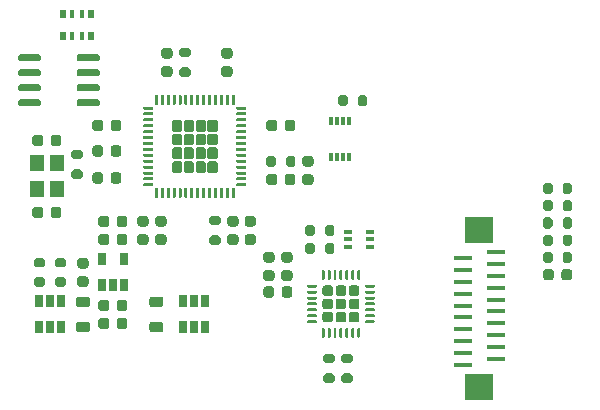
<source format=gbr>
%TF.GenerationSoftware,KiCad,Pcbnew,(5.1.9)-1*%
%TF.CreationDate,2021-07-06T15:29:22+07:00*%
%TF.ProjectId,UP_BOARD,55505f42-4f41-4524-942e-6b696361645f,rev?*%
%TF.SameCoordinates,Original*%
%TF.FileFunction,Paste,Bot*%
%TF.FilePolarity,Positive*%
%FSLAX46Y46*%
G04 Gerber Fmt 4.6, Leading zero omitted, Abs format (unit mm)*
G04 Created by KiCad (PCBNEW (5.1.9)-1) date 2021-07-06 15:29:22*
%MOMM*%
%LPD*%
G01*
G04 APERTURE LIST*
%ADD10R,0.650000X1.060000*%
%ADD11C,0.100000*%
%ADD12R,1.200000X1.400000*%
%ADD13R,0.650000X0.400000*%
%ADD14R,1.500000X0.400000*%
%ADD15R,2.400000X2.200000*%
%ADD16R,0.500000X0.800000*%
%ADD17R,0.400000X0.800000*%
%ADD18R,0.300000X0.800000*%
G04 APERTURE END LIST*
%TO.C,C1*%
G36*
G01*
X75763000Y-111756000D02*
X75763000Y-111256000D01*
G75*
G02*
X75988000Y-111031000I225000J0D01*
G01*
X76438000Y-111031000D01*
G75*
G02*
X76663000Y-111256000I0J-225000D01*
G01*
X76663000Y-111756000D01*
G75*
G02*
X76438000Y-111981000I-225000J0D01*
G01*
X75988000Y-111981000D01*
G75*
G02*
X75763000Y-111756000I0J225000D01*
G01*
G37*
G36*
G01*
X74213000Y-111756000D02*
X74213000Y-111256000D01*
G75*
G02*
X74438000Y-111031000I225000J0D01*
G01*
X74888000Y-111031000D01*
G75*
G02*
X75113000Y-111256000I0J-225000D01*
G01*
X75113000Y-111756000D01*
G75*
G02*
X74888000Y-111981000I-225000J0D01*
G01*
X74438000Y-111981000D01*
G75*
G02*
X74213000Y-111756000I0J225000D01*
G01*
G37*
%TD*%
%TO.C,C2*%
G36*
G01*
X75763000Y-110232000D02*
X75763000Y-109732000D01*
G75*
G02*
X75988000Y-109507000I225000J0D01*
G01*
X76438000Y-109507000D01*
G75*
G02*
X76663000Y-109732000I0J-225000D01*
G01*
X76663000Y-110232000D01*
G75*
G02*
X76438000Y-110457000I-225000J0D01*
G01*
X75988000Y-110457000D01*
G75*
G02*
X75763000Y-110232000I0J225000D01*
G01*
G37*
G36*
G01*
X74213000Y-110232000D02*
X74213000Y-109732000D01*
G75*
G02*
X74438000Y-109507000I225000J0D01*
G01*
X74888000Y-109507000D01*
G75*
G02*
X75113000Y-109732000I0J-225000D01*
G01*
X75113000Y-110232000D01*
G75*
G02*
X74888000Y-110457000I-225000J0D01*
G01*
X74438000Y-110457000D01*
G75*
G02*
X74213000Y-110232000I0J225000D01*
G01*
G37*
%TD*%
%TO.C,C3*%
G36*
G01*
X79252000Y-102407000D02*
X79752000Y-102407000D01*
G75*
G02*
X79977000Y-102632000I0J-225000D01*
G01*
X79977000Y-103082000D01*
G75*
G02*
X79752000Y-103307000I-225000J0D01*
G01*
X79252000Y-103307000D01*
G75*
G02*
X79027000Y-103082000I0J225000D01*
G01*
X79027000Y-102632000D01*
G75*
G02*
X79252000Y-102407000I225000J0D01*
G01*
G37*
G36*
G01*
X79252000Y-103957000D02*
X79752000Y-103957000D01*
G75*
G02*
X79977000Y-104182000I0J-225000D01*
G01*
X79977000Y-104632000D01*
G75*
G02*
X79752000Y-104857000I-225000J0D01*
G01*
X79252000Y-104857000D01*
G75*
G02*
X79027000Y-104632000I0J225000D01*
G01*
X79027000Y-104182000D01*
G75*
G02*
X79252000Y-103957000I225000J0D01*
G01*
G37*
%TD*%
%TO.C,C4*%
G36*
G01*
X80260000Y-89083000D02*
X79760000Y-89083000D01*
G75*
G02*
X79535000Y-88858000I0J225000D01*
G01*
X79535000Y-88408000D01*
G75*
G02*
X79760000Y-88183000I225000J0D01*
G01*
X80260000Y-88183000D01*
G75*
G02*
X80485000Y-88408000I0J-225000D01*
G01*
X80485000Y-88858000D01*
G75*
G02*
X80260000Y-89083000I-225000J0D01*
G01*
G37*
G36*
G01*
X80260000Y-90633000D02*
X79760000Y-90633000D01*
G75*
G02*
X79535000Y-90408000I0J225000D01*
G01*
X79535000Y-89958000D01*
G75*
G02*
X79760000Y-89733000I225000J0D01*
G01*
X80260000Y-89733000D01*
G75*
G02*
X80485000Y-89958000I0J-225000D01*
G01*
X80485000Y-90408000D01*
G75*
G02*
X80260000Y-90633000I-225000J0D01*
G01*
G37*
%TD*%
%TO.C,C5*%
G36*
G01*
X74605000Y-94492000D02*
X74605000Y-94992000D01*
G75*
G02*
X74380000Y-95217000I-225000J0D01*
G01*
X73930000Y-95217000D01*
G75*
G02*
X73705000Y-94992000I0J225000D01*
G01*
X73705000Y-94492000D01*
G75*
G02*
X73930000Y-94267000I225000J0D01*
G01*
X74380000Y-94267000D01*
G75*
G02*
X74605000Y-94492000I0J-225000D01*
G01*
G37*
G36*
G01*
X76155000Y-94492000D02*
X76155000Y-94992000D01*
G75*
G02*
X75930000Y-95217000I-225000J0D01*
G01*
X75480000Y-95217000D01*
G75*
G02*
X75255000Y-94992000I0J225000D01*
G01*
X75255000Y-94492000D01*
G75*
G02*
X75480000Y-94267000I225000J0D01*
G01*
X75930000Y-94267000D01*
G75*
G02*
X76155000Y-94492000I0J-225000D01*
G01*
G37*
%TD*%
%TO.C,C6*%
G36*
G01*
X85340000Y-89083000D02*
X84840000Y-89083000D01*
G75*
G02*
X84615000Y-88858000I0J225000D01*
G01*
X84615000Y-88408000D01*
G75*
G02*
X84840000Y-88183000I225000J0D01*
G01*
X85340000Y-88183000D01*
G75*
G02*
X85565000Y-88408000I0J-225000D01*
G01*
X85565000Y-88858000D01*
G75*
G02*
X85340000Y-89083000I-225000J0D01*
G01*
G37*
G36*
G01*
X85340000Y-90633000D02*
X84840000Y-90633000D01*
G75*
G02*
X84615000Y-90408000I0J225000D01*
G01*
X84615000Y-89958000D01*
G75*
G02*
X84840000Y-89733000I225000J0D01*
G01*
X85340000Y-89733000D01*
G75*
G02*
X85565000Y-89958000I0J-225000D01*
G01*
X85565000Y-90408000D01*
G75*
G02*
X85340000Y-90633000I-225000J0D01*
G01*
G37*
%TD*%
%TO.C,C8*%
G36*
G01*
X72648000Y-105963000D02*
X73148000Y-105963000D01*
G75*
G02*
X73373000Y-106188000I0J-225000D01*
G01*
X73373000Y-106638000D01*
G75*
G02*
X73148000Y-106863000I-225000J0D01*
G01*
X72648000Y-106863000D01*
G75*
G02*
X72423000Y-106638000I0J225000D01*
G01*
X72423000Y-106188000D01*
G75*
G02*
X72648000Y-105963000I225000J0D01*
G01*
G37*
G36*
G01*
X72648000Y-107513000D02*
X73148000Y-107513000D01*
G75*
G02*
X73373000Y-107738000I0J-225000D01*
G01*
X73373000Y-108188000D01*
G75*
G02*
X73148000Y-108413000I-225000J0D01*
G01*
X72648000Y-108413000D01*
G75*
G02*
X72423000Y-108188000I0J225000D01*
G01*
X72423000Y-107738000D01*
G75*
G02*
X72648000Y-107513000I225000J0D01*
G01*
G37*
%TD*%
%TO.C,C7*%
G36*
G01*
X77728000Y-103957000D02*
X78228000Y-103957000D01*
G75*
G02*
X78453000Y-104182000I0J-225000D01*
G01*
X78453000Y-104632000D01*
G75*
G02*
X78228000Y-104857000I-225000J0D01*
G01*
X77728000Y-104857000D01*
G75*
G02*
X77503000Y-104632000I0J225000D01*
G01*
X77503000Y-104182000D01*
G75*
G02*
X77728000Y-103957000I225000J0D01*
G01*
G37*
G36*
G01*
X77728000Y-102407000D02*
X78228000Y-102407000D01*
G75*
G02*
X78453000Y-102632000I0J-225000D01*
G01*
X78453000Y-103082000D01*
G75*
G02*
X78228000Y-103307000I-225000J0D01*
G01*
X77728000Y-103307000D01*
G75*
G02*
X77503000Y-103082000I0J225000D01*
G01*
X77503000Y-102632000D01*
G75*
G02*
X77728000Y-102407000I225000J0D01*
G01*
G37*
%TD*%
%TO.C,C10*%
G36*
G01*
X76663000Y-104144000D02*
X76663000Y-104644000D01*
G75*
G02*
X76438000Y-104869000I-225000J0D01*
G01*
X75988000Y-104869000D01*
G75*
G02*
X75763000Y-104644000I0J225000D01*
G01*
X75763000Y-104144000D01*
G75*
G02*
X75988000Y-103919000I225000J0D01*
G01*
X76438000Y-103919000D01*
G75*
G02*
X76663000Y-104144000I0J-225000D01*
G01*
G37*
G36*
G01*
X75113000Y-104144000D02*
X75113000Y-104644000D01*
G75*
G02*
X74888000Y-104869000I-225000J0D01*
G01*
X74438000Y-104869000D01*
G75*
G02*
X74213000Y-104644000I0J225000D01*
G01*
X74213000Y-104144000D01*
G75*
G02*
X74438000Y-103919000I225000J0D01*
G01*
X74888000Y-103919000D01*
G75*
G02*
X75113000Y-104144000I0J-225000D01*
G01*
G37*
%TD*%
%TO.C,C12*%
G36*
G01*
X76663000Y-102620000D02*
X76663000Y-103120000D01*
G75*
G02*
X76438000Y-103345000I-225000J0D01*
G01*
X75988000Y-103345000D01*
G75*
G02*
X75763000Y-103120000I0J225000D01*
G01*
X75763000Y-102620000D01*
G75*
G02*
X75988000Y-102395000I225000J0D01*
G01*
X76438000Y-102395000D01*
G75*
G02*
X76663000Y-102620000I0J-225000D01*
G01*
G37*
G36*
G01*
X75113000Y-102620000D02*
X75113000Y-103120000D01*
G75*
G02*
X74888000Y-103345000I-225000J0D01*
G01*
X74438000Y-103345000D01*
G75*
G02*
X74213000Y-103120000I0J225000D01*
G01*
X74213000Y-102620000D01*
G75*
G02*
X74438000Y-102395000I225000J0D01*
G01*
X74888000Y-102395000D01*
G75*
G02*
X75113000Y-102620000I0J-225000D01*
G01*
G37*
%TD*%
%TO.C,C11*%
G36*
G01*
X76155000Y-98937000D02*
X76155000Y-99437000D01*
G75*
G02*
X75930000Y-99662000I-225000J0D01*
G01*
X75480000Y-99662000D01*
G75*
G02*
X75255000Y-99437000I0J225000D01*
G01*
X75255000Y-98937000D01*
G75*
G02*
X75480000Y-98712000I225000J0D01*
G01*
X75930000Y-98712000D01*
G75*
G02*
X76155000Y-98937000I0J-225000D01*
G01*
G37*
G36*
G01*
X74605000Y-98937000D02*
X74605000Y-99437000D01*
G75*
G02*
X74380000Y-99662000I-225000J0D01*
G01*
X73930000Y-99662000D01*
G75*
G02*
X73705000Y-99437000I0J225000D01*
G01*
X73705000Y-98937000D01*
G75*
G02*
X73930000Y-98712000I225000J0D01*
G01*
X74380000Y-98712000D01*
G75*
G02*
X74605000Y-98937000I0J-225000D01*
G01*
G37*
%TD*%
%TO.C,C13*%
G36*
G01*
X85348000Y-103957000D02*
X85848000Y-103957000D01*
G75*
G02*
X86073000Y-104182000I0J-225000D01*
G01*
X86073000Y-104632000D01*
G75*
G02*
X85848000Y-104857000I-225000J0D01*
G01*
X85348000Y-104857000D01*
G75*
G02*
X85123000Y-104632000I0J225000D01*
G01*
X85123000Y-104182000D01*
G75*
G02*
X85348000Y-103957000I225000J0D01*
G01*
G37*
G36*
G01*
X85348000Y-102407000D02*
X85848000Y-102407000D01*
G75*
G02*
X86073000Y-102632000I0J-225000D01*
G01*
X86073000Y-103082000D01*
G75*
G02*
X85848000Y-103307000I-225000J0D01*
G01*
X85348000Y-103307000D01*
G75*
G02*
X85123000Y-103082000I0J225000D01*
G01*
X85123000Y-102632000D01*
G75*
G02*
X85348000Y-102407000I225000J0D01*
G01*
G37*
%TD*%
%TO.C,C14*%
G36*
G01*
X76155000Y-96651000D02*
X76155000Y-97151000D01*
G75*
G02*
X75930000Y-97376000I-225000J0D01*
G01*
X75480000Y-97376000D01*
G75*
G02*
X75255000Y-97151000I0J225000D01*
G01*
X75255000Y-96651000D01*
G75*
G02*
X75480000Y-96426000I225000J0D01*
G01*
X75930000Y-96426000D01*
G75*
G02*
X76155000Y-96651000I0J-225000D01*
G01*
G37*
G36*
G01*
X74605000Y-96651000D02*
X74605000Y-97151000D01*
G75*
G02*
X74380000Y-97376000I-225000J0D01*
G01*
X73930000Y-97376000D01*
G75*
G02*
X73705000Y-97151000I0J225000D01*
G01*
X73705000Y-96651000D01*
G75*
G02*
X73930000Y-96426000I225000J0D01*
G01*
X74380000Y-96426000D01*
G75*
G02*
X74605000Y-96651000I0J-225000D01*
G01*
G37*
%TD*%
%TO.C,C15*%
G36*
G01*
X88437000Y-94992000D02*
X88437000Y-94492000D01*
G75*
G02*
X88662000Y-94267000I225000J0D01*
G01*
X89112000Y-94267000D01*
G75*
G02*
X89337000Y-94492000I0J-225000D01*
G01*
X89337000Y-94992000D01*
G75*
G02*
X89112000Y-95217000I-225000J0D01*
G01*
X88662000Y-95217000D01*
G75*
G02*
X88437000Y-94992000I0J225000D01*
G01*
G37*
G36*
G01*
X89987000Y-94992000D02*
X89987000Y-94492000D01*
G75*
G02*
X90212000Y-94267000I225000J0D01*
G01*
X90662000Y-94267000D01*
G75*
G02*
X90887000Y-94492000I0J-225000D01*
G01*
X90887000Y-94992000D01*
G75*
G02*
X90662000Y-95217000I-225000J0D01*
G01*
X90212000Y-95217000D01*
G75*
G02*
X89987000Y-94992000I0J225000D01*
G01*
G37*
%TD*%
%TO.C,C16*%
G36*
G01*
X70175000Y-102358000D02*
X70175000Y-101858000D01*
G75*
G02*
X70400000Y-101633000I225000J0D01*
G01*
X70850000Y-101633000D01*
G75*
G02*
X71075000Y-101858000I0J-225000D01*
G01*
X71075000Y-102358000D01*
G75*
G02*
X70850000Y-102583000I-225000J0D01*
G01*
X70400000Y-102583000D01*
G75*
G02*
X70175000Y-102358000I0J225000D01*
G01*
G37*
G36*
G01*
X68625000Y-102358000D02*
X68625000Y-101858000D01*
G75*
G02*
X68850000Y-101633000I225000J0D01*
G01*
X69300000Y-101633000D01*
G75*
G02*
X69525000Y-101858000I0J-225000D01*
G01*
X69525000Y-102358000D01*
G75*
G02*
X69300000Y-102583000I-225000J0D01*
G01*
X68850000Y-102583000D01*
G75*
G02*
X68625000Y-102358000I0J225000D01*
G01*
G37*
%TD*%
%TO.C,C17*%
G36*
G01*
X69525000Y-95762000D02*
X69525000Y-96262000D01*
G75*
G02*
X69300000Y-96487000I-225000J0D01*
G01*
X68850000Y-96487000D01*
G75*
G02*
X68625000Y-96262000I0J225000D01*
G01*
X68625000Y-95762000D01*
G75*
G02*
X68850000Y-95537000I225000J0D01*
G01*
X69300000Y-95537000D01*
G75*
G02*
X69525000Y-95762000I0J-225000D01*
G01*
G37*
G36*
G01*
X71075000Y-95762000D02*
X71075000Y-96262000D01*
G75*
G02*
X70850000Y-96487000I-225000J0D01*
G01*
X70400000Y-96487000D01*
G75*
G02*
X70175000Y-96262000I0J225000D01*
G01*
X70175000Y-95762000D01*
G75*
G02*
X70400000Y-95537000I225000J0D01*
G01*
X70850000Y-95537000D01*
G75*
G02*
X71075000Y-95762000I0J-225000D01*
G01*
G37*
%TD*%
%TO.C,C18*%
G36*
G01*
X88437000Y-99564000D02*
X88437000Y-99064000D01*
G75*
G02*
X88662000Y-98839000I225000J0D01*
G01*
X89112000Y-98839000D01*
G75*
G02*
X89337000Y-99064000I0J-225000D01*
G01*
X89337000Y-99564000D01*
G75*
G02*
X89112000Y-99789000I-225000J0D01*
G01*
X88662000Y-99789000D01*
G75*
G02*
X88437000Y-99564000I0J225000D01*
G01*
G37*
G36*
G01*
X89987000Y-99564000D02*
X89987000Y-99064000D01*
G75*
G02*
X90212000Y-98839000I225000J0D01*
G01*
X90662000Y-98839000D01*
G75*
G02*
X90887000Y-99064000I0J-225000D01*
G01*
X90887000Y-99564000D01*
G75*
G02*
X90662000Y-99789000I-225000J0D01*
G01*
X90212000Y-99789000D01*
G75*
G02*
X89987000Y-99564000I0J225000D01*
G01*
G37*
%TD*%
%TO.C,L1*%
G36*
G01*
X73279250Y-112244000D02*
X72516750Y-112244000D01*
G75*
G02*
X72298000Y-112025250I0J218750D01*
G01*
X72298000Y-111587750D01*
G75*
G02*
X72516750Y-111369000I218750J0D01*
G01*
X73279250Y-111369000D01*
G75*
G02*
X73498000Y-111587750I0J-218750D01*
G01*
X73498000Y-112025250D01*
G75*
G02*
X73279250Y-112244000I-218750J0D01*
G01*
G37*
G36*
G01*
X73279250Y-110119000D02*
X72516750Y-110119000D01*
G75*
G02*
X72298000Y-109900250I0J218750D01*
G01*
X72298000Y-109462750D01*
G75*
G02*
X72516750Y-109244000I218750J0D01*
G01*
X73279250Y-109244000D01*
G75*
G02*
X73498000Y-109462750I0J-218750D01*
G01*
X73498000Y-109900250D01*
G75*
G02*
X73279250Y-110119000I-218750J0D01*
G01*
G37*
%TD*%
%TO.C,R2*%
G36*
G01*
X111868500Y-106193000D02*
X111868500Y-105643000D01*
G75*
G02*
X112068500Y-105443000I200000J0D01*
G01*
X112468500Y-105443000D01*
G75*
G02*
X112668500Y-105643000I0J-200000D01*
G01*
X112668500Y-106193000D01*
G75*
G02*
X112468500Y-106393000I-200000J0D01*
G01*
X112068500Y-106393000D01*
G75*
G02*
X111868500Y-106193000I0J200000D01*
G01*
G37*
G36*
G01*
X113518500Y-106193000D02*
X113518500Y-105643000D01*
G75*
G02*
X113718500Y-105443000I200000J0D01*
G01*
X114118500Y-105443000D01*
G75*
G02*
X114318500Y-105643000I0J-200000D01*
G01*
X114318500Y-106193000D01*
G75*
G02*
X114118500Y-106393000I-200000J0D01*
G01*
X113718500Y-106393000D01*
G75*
G02*
X113518500Y-106193000I0J200000D01*
G01*
G37*
%TD*%
%TO.C,R8*%
G36*
G01*
X70718000Y-107613000D02*
X71268000Y-107613000D01*
G75*
G02*
X71468000Y-107813000I0J-200000D01*
G01*
X71468000Y-108213000D01*
G75*
G02*
X71268000Y-108413000I-200000J0D01*
G01*
X70718000Y-108413000D01*
G75*
G02*
X70518000Y-108213000I0J200000D01*
G01*
X70518000Y-107813000D01*
G75*
G02*
X70718000Y-107613000I200000J0D01*
G01*
G37*
G36*
G01*
X70718000Y-105963000D02*
X71268000Y-105963000D01*
G75*
G02*
X71468000Y-106163000I0J-200000D01*
G01*
X71468000Y-106563000D01*
G75*
G02*
X71268000Y-106763000I-200000J0D01*
G01*
X70718000Y-106763000D01*
G75*
G02*
X70518000Y-106563000I0J200000D01*
G01*
X70518000Y-106163000D01*
G75*
G02*
X70718000Y-105963000I200000J0D01*
G01*
G37*
%TD*%
%TO.C,R9*%
G36*
G01*
X68940000Y-105963000D02*
X69490000Y-105963000D01*
G75*
G02*
X69690000Y-106163000I0J-200000D01*
G01*
X69690000Y-106563000D01*
G75*
G02*
X69490000Y-106763000I-200000J0D01*
G01*
X68940000Y-106763000D01*
G75*
G02*
X68740000Y-106563000I0J200000D01*
G01*
X68740000Y-106163000D01*
G75*
G02*
X68940000Y-105963000I200000J0D01*
G01*
G37*
G36*
G01*
X68940000Y-107613000D02*
X69490000Y-107613000D01*
G75*
G02*
X69690000Y-107813000I0J-200000D01*
G01*
X69690000Y-108213000D01*
G75*
G02*
X69490000Y-108413000I-200000J0D01*
G01*
X68940000Y-108413000D01*
G75*
G02*
X68740000Y-108213000I0J200000D01*
G01*
X68740000Y-107813000D01*
G75*
G02*
X68940000Y-107613000I200000J0D01*
G01*
G37*
%TD*%
%TO.C,R11*%
G36*
G01*
X90887000Y-97515000D02*
X90887000Y-98065000D01*
G75*
G02*
X90687000Y-98265000I-200000J0D01*
G01*
X90287000Y-98265000D01*
G75*
G02*
X90087000Y-98065000I0J200000D01*
G01*
X90087000Y-97515000D01*
G75*
G02*
X90287000Y-97315000I200000J0D01*
G01*
X90687000Y-97315000D01*
G75*
G02*
X90887000Y-97515000I0J-200000D01*
G01*
G37*
G36*
G01*
X89237000Y-97515000D02*
X89237000Y-98065000D01*
G75*
G02*
X89037000Y-98265000I-200000J0D01*
G01*
X88637000Y-98265000D01*
G75*
G02*
X88437000Y-98065000I0J200000D01*
G01*
X88437000Y-97515000D01*
G75*
G02*
X88637000Y-97315000I200000J0D01*
G01*
X89037000Y-97315000D01*
G75*
G02*
X89237000Y-97515000I0J-200000D01*
G01*
G37*
%TD*%
%TO.C,R12*%
G36*
G01*
X72665000Y-99269000D02*
X72115000Y-99269000D01*
G75*
G02*
X71915000Y-99069000I0J200000D01*
G01*
X71915000Y-98669000D01*
G75*
G02*
X72115000Y-98469000I200000J0D01*
G01*
X72665000Y-98469000D01*
G75*
G02*
X72865000Y-98669000I0J-200000D01*
G01*
X72865000Y-99069000D01*
G75*
G02*
X72665000Y-99269000I-200000J0D01*
G01*
G37*
G36*
G01*
X72665000Y-97619000D02*
X72115000Y-97619000D01*
G75*
G02*
X71915000Y-97419000I0J200000D01*
G01*
X71915000Y-97019000D01*
G75*
G02*
X72115000Y-96819000I200000J0D01*
G01*
X72665000Y-96819000D01*
G75*
G02*
X72865000Y-97019000I0J-200000D01*
G01*
X72865000Y-97419000D01*
G75*
G02*
X72665000Y-97619000I-200000J0D01*
G01*
G37*
%TD*%
%TO.C,R13*%
G36*
G01*
X84349000Y-103207000D02*
X83799000Y-103207000D01*
G75*
G02*
X83599000Y-103007000I0J200000D01*
G01*
X83599000Y-102607000D01*
G75*
G02*
X83799000Y-102407000I200000J0D01*
G01*
X84349000Y-102407000D01*
G75*
G02*
X84549000Y-102607000I0J-200000D01*
G01*
X84549000Y-103007000D01*
G75*
G02*
X84349000Y-103207000I-200000J0D01*
G01*
G37*
G36*
G01*
X84349000Y-104857000D02*
X83799000Y-104857000D01*
G75*
G02*
X83599000Y-104657000I0J200000D01*
G01*
X83599000Y-104257000D01*
G75*
G02*
X83799000Y-104057000I200000J0D01*
G01*
X84349000Y-104057000D01*
G75*
G02*
X84549000Y-104257000I0J-200000D01*
G01*
X84549000Y-104657000D01*
G75*
G02*
X84349000Y-104857000I-200000J0D01*
G01*
G37*
%TD*%
%TO.C,R14*%
G36*
G01*
X96983000Y-92371500D02*
X96983000Y-92921500D01*
G75*
G02*
X96783000Y-93121500I-200000J0D01*
G01*
X96383000Y-93121500D01*
G75*
G02*
X96183000Y-92921500I0J200000D01*
G01*
X96183000Y-92371500D01*
G75*
G02*
X96383000Y-92171500I200000J0D01*
G01*
X96783000Y-92171500D01*
G75*
G02*
X96983000Y-92371500I0J-200000D01*
G01*
G37*
G36*
G01*
X95333000Y-92371500D02*
X95333000Y-92921500D01*
G75*
G02*
X95133000Y-93121500I-200000J0D01*
G01*
X94733000Y-93121500D01*
G75*
G02*
X94533000Y-92921500I0J200000D01*
G01*
X94533000Y-92371500D01*
G75*
G02*
X94733000Y-92171500I200000J0D01*
G01*
X95133000Y-92171500D01*
G75*
G02*
X95333000Y-92371500I0J-200000D01*
G01*
G37*
%TD*%
D10*
%TO.C,U1*%
X76388000Y-108288000D03*
X75438000Y-108288000D03*
X74488000Y-108288000D03*
X74488000Y-106088000D03*
X76388000Y-106088000D03*
%TD*%
%TO.C,U2*%
X71054000Y-111844000D03*
X70104000Y-111844000D03*
X69154000Y-111844000D03*
X69154000Y-109644000D03*
X71054000Y-109644000D03*
X70104000Y-109644000D03*
%TD*%
%TO.C,U3*%
G36*
G01*
X67416000Y-92987000D02*
X67416000Y-92687000D01*
G75*
G02*
X67566000Y-92537000I150000J0D01*
G01*
X69216000Y-92537000D01*
G75*
G02*
X69366000Y-92687000I0J-150000D01*
G01*
X69366000Y-92987000D01*
G75*
G02*
X69216000Y-93137000I-150000J0D01*
G01*
X67566000Y-93137000D01*
G75*
G02*
X67416000Y-92987000I0J150000D01*
G01*
G37*
G36*
G01*
X67416000Y-91717000D02*
X67416000Y-91417000D01*
G75*
G02*
X67566000Y-91267000I150000J0D01*
G01*
X69216000Y-91267000D01*
G75*
G02*
X69366000Y-91417000I0J-150000D01*
G01*
X69366000Y-91717000D01*
G75*
G02*
X69216000Y-91867000I-150000J0D01*
G01*
X67566000Y-91867000D01*
G75*
G02*
X67416000Y-91717000I0J150000D01*
G01*
G37*
G36*
G01*
X67416000Y-90447000D02*
X67416000Y-90147000D01*
G75*
G02*
X67566000Y-89997000I150000J0D01*
G01*
X69216000Y-89997000D01*
G75*
G02*
X69366000Y-90147000I0J-150000D01*
G01*
X69366000Y-90447000D01*
G75*
G02*
X69216000Y-90597000I-150000J0D01*
G01*
X67566000Y-90597000D01*
G75*
G02*
X67416000Y-90447000I0J150000D01*
G01*
G37*
G36*
G01*
X67416000Y-89177000D02*
X67416000Y-88877000D01*
G75*
G02*
X67566000Y-88727000I150000J0D01*
G01*
X69216000Y-88727000D01*
G75*
G02*
X69366000Y-88877000I0J-150000D01*
G01*
X69366000Y-89177000D01*
G75*
G02*
X69216000Y-89327000I-150000J0D01*
G01*
X67566000Y-89327000D01*
G75*
G02*
X67416000Y-89177000I0J150000D01*
G01*
G37*
G36*
G01*
X72366000Y-89177000D02*
X72366000Y-88877000D01*
G75*
G02*
X72516000Y-88727000I150000J0D01*
G01*
X74166000Y-88727000D01*
G75*
G02*
X74316000Y-88877000I0J-150000D01*
G01*
X74316000Y-89177000D01*
G75*
G02*
X74166000Y-89327000I-150000J0D01*
G01*
X72516000Y-89327000D01*
G75*
G02*
X72366000Y-89177000I0J150000D01*
G01*
G37*
G36*
G01*
X72366000Y-90447000D02*
X72366000Y-90147000D01*
G75*
G02*
X72516000Y-89997000I150000J0D01*
G01*
X74166000Y-89997000D01*
G75*
G02*
X74316000Y-90147000I0J-150000D01*
G01*
X74316000Y-90447000D01*
G75*
G02*
X74166000Y-90597000I-150000J0D01*
G01*
X72516000Y-90597000D01*
G75*
G02*
X72366000Y-90447000I0J150000D01*
G01*
G37*
G36*
G01*
X72366000Y-91717000D02*
X72366000Y-91417000D01*
G75*
G02*
X72516000Y-91267000I150000J0D01*
G01*
X74166000Y-91267000D01*
G75*
G02*
X74316000Y-91417000I0J-150000D01*
G01*
X74316000Y-91717000D01*
G75*
G02*
X74166000Y-91867000I-150000J0D01*
G01*
X72516000Y-91867000D01*
G75*
G02*
X72366000Y-91717000I0J150000D01*
G01*
G37*
G36*
G01*
X72366000Y-92987000D02*
X72366000Y-92687000D01*
G75*
G02*
X72516000Y-92537000I150000J0D01*
G01*
X74166000Y-92537000D01*
G75*
G02*
X74316000Y-92687000I0J-150000D01*
G01*
X74316000Y-92987000D01*
G75*
G02*
X74166000Y-93137000I-150000J0D01*
G01*
X72516000Y-93137000D01*
G75*
G02*
X72366000Y-92987000I0J150000D01*
G01*
G37*
%TD*%
%TO.C,U4*%
G36*
G01*
X77997200Y-99832500D02*
X77997200Y-99707500D01*
G75*
G02*
X78059700Y-99645000I62500J0D01*
G01*
X78809700Y-99645000D01*
G75*
G02*
X78872200Y-99707500I0J-62500D01*
G01*
X78872200Y-99832500D01*
G75*
G02*
X78809700Y-99895000I-62500J0D01*
G01*
X78059700Y-99895000D01*
G75*
G02*
X77997200Y-99832500I0J62500D01*
G01*
G37*
G36*
G01*
X77997200Y-99332500D02*
X77997200Y-99207500D01*
G75*
G02*
X78059700Y-99145000I62500J0D01*
G01*
X78809700Y-99145000D01*
G75*
G02*
X78872200Y-99207500I0J-62500D01*
G01*
X78872200Y-99332500D01*
G75*
G02*
X78809700Y-99395000I-62500J0D01*
G01*
X78059700Y-99395000D01*
G75*
G02*
X77997200Y-99332500I0J62500D01*
G01*
G37*
G36*
G01*
X77997200Y-98832500D02*
X77997200Y-98707500D01*
G75*
G02*
X78059700Y-98645000I62500J0D01*
G01*
X78809700Y-98645000D01*
G75*
G02*
X78872200Y-98707500I0J-62500D01*
G01*
X78872200Y-98832500D01*
G75*
G02*
X78809700Y-98895000I-62500J0D01*
G01*
X78059700Y-98895000D01*
G75*
G02*
X77997200Y-98832500I0J62500D01*
G01*
G37*
G36*
G01*
X77997200Y-98332500D02*
X77997200Y-98207500D01*
G75*
G02*
X78059700Y-98145000I62500J0D01*
G01*
X78809700Y-98145000D01*
G75*
G02*
X78872200Y-98207500I0J-62500D01*
G01*
X78872200Y-98332500D01*
G75*
G02*
X78809700Y-98395000I-62500J0D01*
G01*
X78059700Y-98395000D01*
G75*
G02*
X77997200Y-98332500I0J62500D01*
G01*
G37*
G36*
G01*
X77997200Y-97832500D02*
X77997200Y-97707500D01*
G75*
G02*
X78059700Y-97645000I62500J0D01*
G01*
X78809700Y-97645000D01*
G75*
G02*
X78872200Y-97707500I0J-62500D01*
G01*
X78872200Y-97832500D01*
G75*
G02*
X78809700Y-97895000I-62500J0D01*
G01*
X78059700Y-97895000D01*
G75*
G02*
X77997200Y-97832500I0J62500D01*
G01*
G37*
G36*
G01*
X77997200Y-97332500D02*
X77997200Y-97207500D01*
G75*
G02*
X78059700Y-97145000I62500J0D01*
G01*
X78809700Y-97145000D01*
G75*
G02*
X78872200Y-97207500I0J-62500D01*
G01*
X78872200Y-97332500D01*
G75*
G02*
X78809700Y-97395000I-62500J0D01*
G01*
X78059700Y-97395000D01*
G75*
G02*
X77997200Y-97332500I0J62500D01*
G01*
G37*
G36*
G01*
X77997200Y-96832500D02*
X77997200Y-96707500D01*
G75*
G02*
X78059700Y-96645000I62500J0D01*
G01*
X78809700Y-96645000D01*
G75*
G02*
X78872200Y-96707500I0J-62500D01*
G01*
X78872200Y-96832500D01*
G75*
G02*
X78809700Y-96895000I-62500J0D01*
G01*
X78059700Y-96895000D01*
G75*
G02*
X77997200Y-96832500I0J62500D01*
G01*
G37*
G36*
G01*
X77997200Y-96332500D02*
X77997200Y-96207500D01*
G75*
G02*
X78059700Y-96145000I62500J0D01*
G01*
X78809700Y-96145000D01*
G75*
G02*
X78872200Y-96207500I0J-62500D01*
G01*
X78872200Y-96332500D01*
G75*
G02*
X78809700Y-96395000I-62500J0D01*
G01*
X78059700Y-96395000D01*
G75*
G02*
X77997200Y-96332500I0J62500D01*
G01*
G37*
G36*
G01*
X77997200Y-95832500D02*
X77997200Y-95707500D01*
G75*
G02*
X78059700Y-95645000I62500J0D01*
G01*
X78809700Y-95645000D01*
G75*
G02*
X78872200Y-95707500I0J-62500D01*
G01*
X78872200Y-95832500D01*
G75*
G02*
X78809700Y-95895000I-62500J0D01*
G01*
X78059700Y-95895000D01*
G75*
G02*
X77997200Y-95832500I0J62500D01*
G01*
G37*
G36*
G01*
X77997200Y-95332500D02*
X77997200Y-95207500D01*
G75*
G02*
X78059700Y-95145000I62500J0D01*
G01*
X78809700Y-95145000D01*
G75*
G02*
X78872200Y-95207500I0J-62500D01*
G01*
X78872200Y-95332500D01*
G75*
G02*
X78809700Y-95395000I-62500J0D01*
G01*
X78059700Y-95395000D01*
G75*
G02*
X77997200Y-95332500I0J62500D01*
G01*
G37*
G36*
G01*
X77997200Y-94832500D02*
X77997200Y-94707500D01*
G75*
G02*
X78059700Y-94645000I62500J0D01*
G01*
X78809700Y-94645000D01*
G75*
G02*
X78872200Y-94707500I0J-62500D01*
G01*
X78872200Y-94832500D01*
G75*
G02*
X78809700Y-94895000I-62500J0D01*
G01*
X78059700Y-94895000D01*
G75*
G02*
X77997200Y-94832500I0J62500D01*
G01*
G37*
G36*
G01*
X77997200Y-94332500D02*
X77997200Y-94207500D01*
G75*
G02*
X78059700Y-94145000I62500J0D01*
G01*
X78809700Y-94145000D01*
G75*
G02*
X78872200Y-94207500I0J-62500D01*
G01*
X78872200Y-94332500D01*
G75*
G02*
X78809700Y-94395000I-62500J0D01*
G01*
X78059700Y-94395000D01*
G75*
G02*
X77997200Y-94332500I0J62500D01*
G01*
G37*
G36*
G01*
X77997200Y-93832500D02*
X77997200Y-93707500D01*
G75*
G02*
X78059700Y-93645000I62500J0D01*
G01*
X78809700Y-93645000D01*
G75*
G02*
X78872200Y-93707500I0J-62500D01*
G01*
X78872200Y-93832500D01*
G75*
G02*
X78809700Y-93895000I-62500J0D01*
G01*
X78059700Y-93895000D01*
G75*
G02*
X77997200Y-93832500I0J62500D01*
G01*
G37*
G36*
G01*
X77997200Y-93332500D02*
X77997200Y-93207500D01*
G75*
G02*
X78059700Y-93145000I62500J0D01*
G01*
X78809700Y-93145000D01*
G75*
G02*
X78872200Y-93207500I0J-62500D01*
G01*
X78872200Y-93332500D01*
G75*
G02*
X78809700Y-93395000I-62500J0D01*
G01*
X78059700Y-93395000D01*
G75*
G02*
X77997200Y-93332500I0J62500D01*
G01*
G37*
G36*
G01*
X78997200Y-92957500D02*
X78997200Y-92207500D01*
G75*
G02*
X79059700Y-92145000I62500J0D01*
G01*
X79184700Y-92145000D01*
G75*
G02*
X79247200Y-92207500I0J-62500D01*
G01*
X79247200Y-92957500D01*
G75*
G02*
X79184700Y-93020000I-62500J0D01*
G01*
X79059700Y-93020000D01*
G75*
G02*
X78997200Y-92957500I0J62500D01*
G01*
G37*
G36*
G01*
X79497200Y-92957500D02*
X79497200Y-92207500D01*
G75*
G02*
X79559700Y-92145000I62500J0D01*
G01*
X79684700Y-92145000D01*
G75*
G02*
X79747200Y-92207500I0J-62500D01*
G01*
X79747200Y-92957500D01*
G75*
G02*
X79684700Y-93020000I-62500J0D01*
G01*
X79559700Y-93020000D01*
G75*
G02*
X79497200Y-92957500I0J62500D01*
G01*
G37*
G36*
G01*
X79997200Y-92957500D02*
X79997200Y-92207500D01*
G75*
G02*
X80059700Y-92145000I62500J0D01*
G01*
X80184700Y-92145000D01*
G75*
G02*
X80247200Y-92207500I0J-62500D01*
G01*
X80247200Y-92957500D01*
G75*
G02*
X80184700Y-93020000I-62500J0D01*
G01*
X80059700Y-93020000D01*
G75*
G02*
X79997200Y-92957500I0J62500D01*
G01*
G37*
G36*
G01*
X80497200Y-92957500D02*
X80497200Y-92207500D01*
G75*
G02*
X80559700Y-92145000I62500J0D01*
G01*
X80684700Y-92145000D01*
G75*
G02*
X80747200Y-92207500I0J-62500D01*
G01*
X80747200Y-92957500D01*
G75*
G02*
X80684700Y-93020000I-62500J0D01*
G01*
X80559700Y-93020000D01*
G75*
G02*
X80497200Y-92957500I0J62500D01*
G01*
G37*
G36*
G01*
X80997200Y-92957500D02*
X80997200Y-92207500D01*
G75*
G02*
X81059700Y-92145000I62500J0D01*
G01*
X81184700Y-92145000D01*
G75*
G02*
X81247200Y-92207500I0J-62500D01*
G01*
X81247200Y-92957500D01*
G75*
G02*
X81184700Y-93020000I-62500J0D01*
G01*
X81059700Y-93020000D01*
G75*
G02*
X80997200Y-92957500I0J62500D01*
G01*
G37*
G36*
G01*
X81497200Y-92957500D02*
X81497200Y-92207500D01*
G75*
G02*
X81559700Y-92145000I62500J0D01*
G01*
X81684700Y-92145000D01*
G75*
G02*
X81747200Y-92207500I0J-62500D01*
G01*
X81747200Y-92957500D01*
G75*
G02*
X81684700Y-93020000I-62500J0D01*
G01*
X81559700Y-93020000D01*
G75*
G02*
X81497200Y-92957500I0J62500D01*
G01*
G37*
G36*
G01*
X81997200Y-92957500D02*
X81997200Y-92207500D01*
G75*
G02*
X82059700Y-92145000I62500J0D01*
G01*
X82184700Y-92145000D01*
G75*
G02*
X82247200Y-92207500I0J-62500D01*
G01*
X82247200Y-92957500D01*
G75*
G02*
X82184700Y-93020000I-62500J0D01*
G01*
X82059700Y-93020000D01*
G75*
G02*
X81997200Y-92957500I0J62500D01*
G01*
G37*
G36*
G01*
X82497200Y-92957500D02*
X82497200Y-92207500D01*
G75*
G02*
X82559700Y-92145000I62500J0D01*
G01*
X82684700Y-92145000D01*
G75*
G02*
X82747200Y-92207500I0J-62500D01*
G01*
X82747200Y-92957500D01*
G75*
G02*
X82684700Y-93020000I-62500J0D01*
G01*
X82559700Y-93020000D01*
G75*
G02*
X82497200Y-92957500I0J62500D01*
G01*
G37*
G36*
G01*
X82997200Y-92957500D02*
X82997200Y-92207500D01*
G75*
G02*
X83059700Y-92145000I62500J0D01*
G01*
X83184700Y-92145000D01*
G75*
G02*
X83247200Y-92207500I0J-62500D01*
G01*
X83247200Y-92957500D01*
G75*
G02*
X83184700Y-93020000I-62500J0D01*
G01*
X83059700Y-93020000D01*
G75*
G02*
X82997200Y-92957500I0J62500D01*
G01*
G37*
G36*
G01*
X83497200Y-92957500D02*
X83497200Y-92207500D01*
G75*
G02*
X83559700Y-92145000I62500J0D01*
G01*
X83684700Y-92145000D01*
G75*
G02*
X83747200Y-92207500I0J-62500D01*
G01*
X83747200Y-92957500D01*
G75*
G02*
X83684700Y-93020000I-62500J0D01*
G01*
X83559700Y-93020000D01*
G75*
G02*
X83497200Y-92957500I0J62500D01*
G01*
G37*
G36*
G01*
X83997200Y-92957500D02*
X83997200Y-92207500D01*
G75*
G02*
X84059700Y-92145000I62500J0D01*
G01*
X84184700Y-92145000D01*
G75*
G02*
X84247200Y-92207500I0J-62500D01*
G01*
X84247200Y-92957500D01*
G75*
G02*
X84184700Y-93020000I-62500J0D01*
G01*
X84059700Y-93020000D01*
G75*
G02*
X83997200Y-92957500I0J62500D01*
G01*
G37*
G36*
G01*
X84497200Y-92957500D02*
X84497200Y-92207500D01*
G75*
G02*
X84559700Y-92145000I62500J0D01*
G01*
X84684700Y-92145000D01*
G75*
G02*
X84747200Y-92207500I0J-62500D01*
G01*
X84747200Y-92957500D01*
G75*
G02*
X84684700Y-93020000I-62500J0D01*
G01*
X84559700Y-93020000D01*
G75*
G02*
X84497200Y-92957500I0J62500D01*
G01*
G37*
G36*
G01*
X84997200Y-92957500D02*
X84997200Y-92207500D01*
G75*
G02*
X85059700Y-92145000I62500J0D01*
G01*
X85184700Y-92145000D01*
G75*
G02*
X85247200Y-92207500I0J-62500D01*
G01*
X85247200Y-92957500D01*
G75*
G02*
X85184700Y-93020000I-62500J0D01*
G01*
X85059700Y-93020000D01*
G75*
G02*
X84997200Y-92957500I0J62500D01*
G01*
G37*
G36*
G01*
X85497200Y-92957500D02*
X85497200Y-92207500D01*
G75*
G02*
X85559700Y-92145000I62500J0D01*
G01*
X85684700Y-92145000D01*
G75*
G02*
X85747200Y-92207500I0J-62500D01*
G01*
X85747200Y-92957500D01*
G75*
G02*
X85684700Y-93020000I-62500J0D01*
G01*
X85559700Y-93020000D01*
G75*
G02*
X85497200Y-92957500I0J62500D01*
G01*
G37*
G36*
G01*
X85872200Y-93332500D02*
X85872200Y-93207500D01*
G75*
G02*
X85934700Y-93145000I62500J0D01*
G01*
X86684700Y-93145000D01*
G75*
G02*
X86747200Y-93207500I0J-62500D01*
G01*
X86747200Y-93332500D01*
G75*
G02*
X86684700Y-93395000I-62500J0D01*
G01*
X85934700Y-93395000D01*
G75*
G02*
X85872200Y-93332500I0J62500D01*
G01*
G37*
G36*
G01*
X85872200Y-93832500D02*
X85872200Y-93707500D01*
G75*
G02*
X85934700Y-93645000I62500J0D01*
G01*
X86684700Y-93645000D01*
G75*
G02*
X86747200Y-93707500I0J-62500D01*
G01*
X86747200Y-93832500D01*
G75*
G02*
X86684700Y-93895000I-62500J0D01*
G01*
X85934700Y-93895000D01*
G75*
G02*
X85872200Y-93832500I0J62500D01*
G01*
G37*
G36*
G01*
X85872200Y-94332500D02*
X85872200Y-94207500D01*
G75*
G02*
X85934700Y-94145000I62500J0D01*
G01*
X86684700Y-94145000D01*
G75*
G02*
X86747200Y-94207500I0J-62500D01*
G01*
X86747200Y-94332500D01*
G75*
G02*
X86684700Y-94395000I-62500J0D01*
G01*
X85934700Y-94395000D01*
G75*
G02*
X85872200Y-94332500I0J62500D01*
G01*
G37*
G36*
G01*
X85872200Y-94832500D02*
X85872200Y-94707500D01*
G75*
G02*
X85934700Y-94645000I62500J0D01*
G01*
X86684700Y-94645000D01*
G75*
G02*
X86747200Y-94707500I0J-62500D01*
G01*
X86747200Y-94832500D01*
G75*
G02*
X86684700Y-94895000I-62500J0D01*
G01*
X85934700Y-94895000D01*
G75*
G02*
X85872200Y-94832500I0J62500D01*
G01*
G37*
G36*
G01*
X85872200Y-95332500D02*
X85872200Y-95207500D01*
G75*
G02*
X85934700Y-95145000I62500J0D01*
G01*
X86684700Y-95145000D01*
G75*
G02*
X86747200Y-95207500I0J-62500D01*
G01*
X86747200Y-95332500D01*
G75*
G02*
X86684700Y-95395000I-62500J0D01*
G01*
X85934700Y-95395000D01*
G75*
G02*
X85872200Y-95332500I0J62500D01*
G01*
G37*
G36*
G01*
X85872200Y-95832500D02*
X85872200Y-95707500D01*
G75*
G02*
X85934700Y-95645000I62500J0D01*
G01*
X86684700Y-95645000D01*
G75*
G02*
X86747200Y-95707500I0J-62500D01*
G01*
X86747200Y-95832500D01*
G75*
G02*
X86684700Y-95895000I-62500J0D01*
G01*
X85934700Y-95895000D01*
G75*
G02*
X85872200Y-95832500I0J62500D01*
G01*
G37*
G36*
G01*
X85872200Y-96332500D02*
X85872200Y-96207500D01*
G75*
G02*
X85934700Y-96145000I62500J0D01*
G01*
X86684700Y-96145000D01*
G75*
G02*
X86747200Y-96207500I0J-62500D01*
G01*
X86747200Y-96332500D01*
G75*
G02*
X86684700Y-96395000I-62500J0D01*
G01*
X85934700Y-96395000D01*
G75*
G02*
X85872200Y-96332500I0J62500D01*
G01*
G37*
G36*
G01*
X85872200Y-96832500D02*
X85872200Y-96707500D01*
G75*
G02*
X85934700Y-96645000I62500J0D01*
G01*
X86684700Y-96645000D01*
G75*
G02*
X86747200Y-96707500I0J-62500D01*
G01*
X86747200Y-96832500D01*
G75*
G02*
X86684700Y-96895000I-62500J0D01*
G01*
X85934700Y-96895000D01*
G75*
G02*
X85872200Y-96832500I0J62500D01*
G01*
G37*
G36*
G01*
X85872200Y-97332500D02*
X85872200Y-97207500D01*
G75*
G02*
X85934700Y-97145000I62500J0D01*
G01*
X86684700Y-97145000D01*
G75*
G02*
X86747200Y-97207500I0J-62500D01*
G01*
X86747200Y-97332500D01*
G75*
G02*
X86684700Y-97395000I-62500J0D01*
G01*
X85934700Y-97395000D01*
G75*
G02*
X85872200Y-97332500I0J62500D01*
G01*
G37*
G36*
G01*
X85872200Y-97832500D02*
X85872200Y-97707500D01*
G75*
G02*
X85934700Y-97645000I62500J0D01*
G01*
X86684700Y-97645000D01*
G75*
G02*
X86747200Y-97707500I0J-62500D01*
G01*
X86747200Y-97832500D01*
G75*
G02*
X86684700Y-97895000I-62500J0D01*
G01*
X85934700Y-97895000D01*
G75*
G02*
X85872200Y-97832500I0J62500D01*
G01*
G37*
G36*
G01*
X85872200Y-98332500D02*
X85872200Y-98207500D01*
G75*
G02*
X85934700Y-98145000I62500J0D01*
G01*
X86684700Y-98145000D01*
G75*
G02*
X86747200Y-98207500I0J-62500D01*
G01*
X86747200Y-98332500D01*
G75*
G02*
X86684700Y-98395000I-62500J0D01*
G01*
X85934700Y-98395000D01*
G75*
G02*
X85872200Y-98332500I0J62500D01*
G01*
G37*
G36*
G01*
X85872200Y-98832500D02*
X85872200Y-98707500D01*
G75*
G02*
X85934700Y-98645000I62500J0D01*
G01*
X86684700Y-98645000D01*
G75*
G02*
X86747200Y-98707500I0J-62500D01*
G01*
X86747200Y-98832500D01*
G75*
G02*
X86684700Y-98895000I-62500J0D01*
G01*
X85934700Y-98895000D01*
G75*
G02*
X85872200Y-98832500I0J62500D01*
G01*
G37*
G36*
G01*
X85872200Y-99332500D02*
X85872200Y-99207500D01*
G75*
G02*
X85934700Y-99145000I62500J0D01*
G01*
X86684700Y-99145000D01*
G75*
G02*
X86747200Y-99207500I0J-62500D01*
G01*
X86747200Y-99332500D01*
G75*
G02*
X86684700Y-99395000I-62500J0D01*
G01*
X85934700Y-99395000D01*
G75*
G02*
X85872200Y-99332500I0J62500D01*
G01*
G37*
G36*
G01*
X85872200Y-99832500D02*
X85872200Y-99707500D01*
G75*
G02*
X85934700Y-99645000I62500J0D01*
G01*
X86684700Y-99645000D01*
G75*
G02*
X86747200Y-99707500I0J-62500D01*
G01*
X86747200Y-99832500D01*
G75*
G02*
X86684700Y-99895000I-62500J0D01*
G01*
X85934700Y-99895000D01*
G75*
G02*
X85872200Y-99832500I0J62500D01*
G01*
G37*
G36*
G01*
X85497200Y-100832500D02*
X85497200Y-100082500D01*
G75*
G02*
X85559700Y-100020000I62500J0D01*
G01*
X85684700Y-100020000D01*
G75*
G02*
X85747200Y-100082500I0J-62500D01*
G01*
X85747200Y-100832500D01*
G75*
G02*
X85684700Y-100895000I-62500J0D01*
G01*
X85559700Y-100895000D01*
G75*
G02*
X85497200Y-100832500I0J62500D01*
G01*
G37*
G36*
G01*
X84997200Y-100832500D02*
X84997200Y-100082500D01*
G75*
G02*
X85059700Y-100020000I62500J0D01*
G01*
X85184700Y-100020000D01*
G75*
G02*
X85247200Y-100082500I0J-62500D01*
G01*
X85247200Y-100832500D01*
G75*
G02*
X85184700Y-100895000I-62500J0D01*
G01*
X85059700Y-100895000D01*
G75*
G02*
X84997200Y-100832500I0J62500D01*
G01*
G37*
G36*
G01*
X84497200Y-100832500D02*
X84497200Y-100082500D01*
G75*
G02*
X84559700Y-100020000I62500J0D01*
G01*
X84684700Y-100020000D01*
G75*
G02*
X84747200Y-100082500I0J-62500D01*
G01*
X84747200Y-100832500D01*
G75*
G02*
X84684700Y-100895000I-62500J0D01*
G01*
X84559700Y-100895000D01*
G75*
G02*
X84497200Y-100832500I0J62500D01*
G01*
G37*
G36*
G01*
X83997200Y-100832500D02*
X83997200Y-100082500D01*
G75*
G02*
X84059700Y-100020000I62500J0D01*
G01*
X84184700Y-100020000D01*
G75*
G02*
X84247200Y-100082500I0J-62500D01*
G01*
X84247200Y-100832500D01*
G75*
G02*
X84184700Y-100895000I-62500J0D01*
G01*
X84059700Y-100895000D01*
G75*
G02*
X83997200Y-100832500I0J62500D01*
G01*
G37*
G36*
G01*
X83497200Y-100832500D02*
X83497200Y-100082500D01*
G75*
G02*
X83559700Y-100020000I62500J0D01*
G01*
X83684700Y-100020000D01*
G75*
G02*
X83747200Y-100082500I0J-62500D01*
G01*
X83747200Y-100832500D01*
G75*
G02*
X83684700Y-100895000I-62500J0D01*
G01*
X83559700Y-100895000D01*
G75*
G02*
X83497200Y-100832500I0J62500D01*
G01*
G37*
G36*
G01*
X82997200Y-100832500D02*
X82997200Y-100082500D01*
G75*
G02*
X83059700Y-100020000I62500J0D01*
G01*
X83184700Y-100020000D01*
G75*
G02*
X83247200Y-100082500I0J-62500D01*
G01*
X83247200Y-100832500D01*
G75*
G02*
X83184700Y-100895000I-62500J0D01*
G01*
X83059700Y-100895000D01*
G75*
G02*
X82997200Y-100832500I0J62500D01*
G01*
G37*
G36*
G01*
X82497200Y-100832500D02*
X82497200Y-100082500D01*
G75*
G02*
X82559700Y-100020000I62500J0D01*
G01*
X82684700Y-100020000D01*
G75*
G02*
X82747200Y-100082500I0J-62500D01*
G01*
X82747200Y-100832500D01*
G75*
G02*
X82684700Y-100895000I-62500J0D01*
G01*
X82559700Y-100895000D01*
G75*
G02*
X82497200Y-100832500I0J62500D01*
G01*
G37*
G36*
G01*
X81997200Y-100832500D02*
X81997200Y-100082500D01*
G75*
G02*
X82059700Y-100020000I62500J0D01*
G01*
X82184700Y-100020000D01*
G75*
G02*
X82247200Y-100082500I0J-62500D01*
G01*
X82247200Y-100832500D01*
G75*
G02*
X82184700Y-100895000I-62500J0D01*
G01*
X82059700Y-100895000D01*
G75*
G02*
X81997200Y-100832500I0J62500D01*
G01*
G37*
G36*
G01*
X81497200Y-100832500D02*
X81497200Y-100082500D01*
G75*
G02*
X81559700Y-100020000I62500J0D01*
G01*
X81684700Y-100020000D01*
G75*
G02*
X81747200Y-100082500I0J-62500D01*
G01*
X81747200Y-100832500D01*
G75*
G02*
X81684700Y-100895000I-62500J0D01*
G01*
X81559700Y-100895000D01*
G75*
G02*
X81497200Y-100832500I0J62500D01*
G01*
G37*
G36*
G01*
X80997200Y-100832500D02*
X80997200Y-100082500D01*
G75*
G02*
X81059700Y-100020000I62500J0D01*
G01*
X81184700Y-100020000D01*
G75*
G02*
X81247200Y-100082500I0J-62500D01*
G01*
X81247200Y-100832500D01*
G75*
G02*
X81184700Y-100895000I-62500J0D01*
G01*
X81059700Y-100895000D01*
G75*
G02*
X80997200Y-100832500I0J62500D01*
G01*
G37*
G36*
G01*
X80497200Y-100832500D02*
X80497200Y-100082500D01*
G75*
G02*
X80559700Y-100020000I62500J0D01*
G01*
X80684700Y-100020000D01*
G75*
G02*
X80747200Y-100082500I0J-62500D01*
G01*
X80747200Y-100832500D01*
G75*
G02*
X80684700Y-100895000I-62500J0D01*
G01*
X80559700Y-100895000D01*
G75*
G02*
X80497200Y-100832500I0J62500D01*
G01*
G37*
G36*
G01*
X79997200Y-100832500D02*
X79997200Y-100082500D01*
G75*
G02*
X80059700Y-100020000I62500J0D01*
G01*
X80184700Y-100020000D01*
G75*
G02*
X80247200Y-100082500I0J-62500D01*
G01*
X80247200Y-100832500D01*
G75*
G02*
X80184700Y-100895000I-62500J0D01*
G01*
X80059700Y-100895000D01*
G75*
G02*
X79997200Y-100832500I0J62500D01*
G01*
G37*
G36*
G01*
X79497200Y-100832500D02*
X79497200Y-100082500D01*
G75*
G02*
X79559700Y-100020000I62500J0D01*
G01*
X79684700Y-100020000D01*
G75*
G02*
X79747200Y-100082500I0J-62500D01*
G01*
X79747200Y-100832500D01*
G75*
G02*
X79684700Y-100895000I-62500J0D01*
G01*
X79559700Y-100895000D01*
G75*
G02*
X79497200Y-100832500I0J62500D01*
G01*
G37*
G36*
G01*
X78997200Y-100832500D02*
X78997200Y-100082500D01*
G75*
G02*
X79059700Y-100020000I62500J0D01*
G01*
X79184700Y-100020000D01*
G75*
G02*
X79247200Y-100082500I0J-62500D01*
G01*
X79247200Y-100832500D01*
G75*
G02*
X79184700Y-100895000I-62500J0D01*
G01*
X79059700Y-100895000D01*
G75*
G02*
X78997200Y-100832500I0J62500D01*
G01*
G37*
D11*
G36*
X81307200Y-97925000D02*
G01*
X81307200Y-98640000D01*
X81162200Y-98785000D01*
X80582200Y-98785000D01*
X80437200Y-98640000D01*
X80437200Y-97925000D01*
X80582200Y-97780000D01*
X81162200Y-97780000D01*
X81307200Y-97925000D01*
G37*
G36*
X82307200Y-97925000D02*
G01*
X82307200Y-98640000D01*
X82162200Y-98785000D01*
X81582200Y-98785000D01*
X81437200Y-98640000D01*
X81437200Y-97925000D01*
X81582200Y-97780000D01*
X82162200Y-97780000D01*
X82307200Y-97925000D01*
G37*
G36*
X83307200Y-97925000D02*
G01*
X83307200Y-98640000D01*
X83162200Y-98785000D01*
X82582200Y-98785000D01*
X82437200Y-98640000D01*
X82437200Y-97925000D01*
X82582200Y-97780000D01*
X83162200Y-97780000D01*
X83307200Y-97925000D01*
G37*
G36*
X84307200Y-97925000D02*
G01*
X84307200Y-98640000D01*
X84162200Y-98785000D01*
X83582200Y-98785000D01*
X83437200Y-98640000D01*
X83437200Y-97925000D01*
X83582200Y-97780000D01*
X84162200Y-97780000D01*
X84307200Y-97925000D01*
G37*
G36*
X84307200Y-96750000D02*
G01*
X84307200Y-97465000D01*
X84162200Y-97610000D01*
X83582200Y-97610000D01*
X83437200Y-97465000D01*
X83437200Y-96750000D01*
X83582200Y-96605000D01*
X84162200Y-96605000D01*
X84307200Y-96750000D01*
G37*
G36*
X83307200Y-96750000D02*
G01*
X83307200Y-97465000D01*
X83162200Y-97610000D01*
X82582200Y-97610000D01*
X82437200Y-97465000D01*
X82437200Y-96750000D01*
X82582200Y-96605000D01*
X83162200Y-96605000D01*
X83307200Y-96750000D01*
G37*
G36*
X81307200Y-96750000D02*
G01*
X81307200Y-97465000D01*
X81162200Y-97610000D01*
X80582200Y-97610000D01*
X80437200Y-97465000D01*
X80437200Y-96750000D01*
X80582200Y-96605000D01*
X81162200Y-96605000D01*
X81307200Y-96750000D01*
G37*
G36*
X82307200Y-96750000D02*
G01*
X82307200Y-97465000D01*
X82162200Y-97610000D01*
X81582200Y-97610000D01*
X81437200Y-97465000D01*
X81437200Y-96750000D01*
X81582200Y-96605000D01*
X82162200Y-96605000D01*
X82307200Y-96750000D01*
G37*
G36*
X82307200Y-95575000D02*
G01*
X82307200Y-96290000D01*
X82162200Y-96435000D01*
X81582200Y-96435000D01*
X81437200Y-96290000D01*
X81437200Y-95575000D01*
X81582200Y-95430000D01*
X82162200Y-95430000D01*
X82307200Y-95575000D01*
G37*
G36*
X81307200Y-95575000D02*
G01*
X81307200Y-96290000D01*
X81162200Y-96435000D01*
X80582200Y-96435000D01*
X80437200Y-96290000D01*
X80437200Y-95575000D01*
X80582200Y-95430000D01*
X81162200Y-95430000D01*
X81307200Y-95575000D01*
G37*
G36*
X83307200Y-95575000D02*
G01*
X83307200Y-96290000D01*
X83162200Y-96435000D01*
X82582200Y-96435000D01*
X82437200Y-96290000D01*
X82437200Y-95575000D01*
X82582200Y-95430000D01*
X83162200Y-95430000D01*
X83307200Y-95575000D01*
G37*
G36*
X84307200Y-95575000D02*
G01*
X84307200Y-96290000D01*
X84162200Y-96435000D01*
X83582200Y-96435000D01*
X83437200Y-96290000D01*
X83437200Y-95575000D01*
X83582200Y-95430000D01*
X84162200Y-95430000D01*
X84307200Y-95575000D01*
G37*
G36*
X82307200Y-94400000D02*
G01*
X82307200Y-95115000D01*
X82162200Y-95260000D01*
X81582200Y-95260000D01*
X81437200Y-95115000D01*
X81437200Y-94400000D01*
X81582200Y-94255000D01*
X82162200Y-94255000D01*
X82307200Y-94400000D01*
G37*
G36*
X81307200Y-94400000D02*
G01*
X81307200Y-95115000D01*
X81162200Y-95260000D01*
X80582200Y-95260000D01*
X80437200Y-95115000D01*
X80437200Y-94400000D01*
X80582200Y-94255000D01*
X81162200Y-94255000D01*
X81307200Y-94400000D01*
G37*
G36*
X83307200Y-94400000D02*
G01*
X83307200Y-95115000D01*
X83162200Y-95260000D01*
X82582200Y-95260000D01*
X82437200Y-95115000D01*
X82437200Y-94400000D01*
X82582200Y-94255000D01*
X83162200Y-94255000D01*
X83307200Y-94400000D01*
G37*
G36*
X84307200Y-94400000D02*
G01*
X84307200Y-95115000D01*
X84162200Y-95260000D01*
X83582200Y-95260000D01*
X83437200Y-95115000D01*
X83437200Y-94400000D01*
X83582200Y-94255000D01*
X84162200Y-94255000D01*
X84307200Y-94400000D01*
G37*
%TD*%
D12*
%TO.C,Y1*%
X69000000Y-100160000D03*
X69000000Y-97960000D03*
X70700000Y-97960000D03*
X70700000Y-100160000D03*
%TD*%
%TO.C,C19*%
G36*
G01*
X88396000Y-105455000D02*
X88896000Y-105455000D01*
G75*
G02*
X89121000Y-105680000I0J-225000D01*
G01*
X89121000Y-106130000D01*
G75*
G02*
X88896000Y-106355000I-225000J0D01*
G01*
X88396000Y-106355000D01*
G75*
G02*
X88171000Y-106130000I0J225000D01*
G01*
X88171000Y-105680000D01*
G75*
G02*
X88396000Y-105455000I225000J0D01*
G01*
G37*
G36*
G01*
X88396000Y-107005000D02*
X88896000Y-107005000D01*
G75*
G02*
X89121000Y-107230000I0J-225000D01*
G01*
X89121000Y-107680000D01*
G75*
G02*
X88896000Y-107905000I-225000J0D01*
G01*
X88396000Y-107905000D01*
G75*
G02*
X88171000Y-107680000I0J225000D01*
G01*
X88171000Y-107230000D01*
G75*
G02*
X88396000Y-107005000I225000J0D01*
G01*
G37*
%TD*%
%TO.C,C20*%
G36*
G01*
X89920000Y-105455000D02*
X90420000Y-105455000D01*
G75*
G02*
X90645000Y-105680000I0J-225000D01*
G01*
X90645000Y-106130000D01*
G75*
G02*
X90420000Y-106355000I-225000J0D01*
G01*
X89920000Y-106355000D01*
G75*
G02*
X89695000Y-106130000I0J225000D01*
G01*
X89695000Y-105680000D01*
G75*
G02*
X89920000Y-105455000I225000J0D01*
G01*
G37*
G36*
G01*
X89920000Y-107005000D02*
X90420000Y-107005000D01*
G75*
G02*
X90645000Y-107230000I0J-225000D01*
G01*
X90645000Y-107680000D01*
G75*
G02*
X90420000Y-107905000I-225000J0D01*
G01*
X89920000Y-107905000D01*
G75*
G02*
X89695000Y-107680000I0J225000D01*
G01*
X89695000Y-107230000D01*
G75*
G02*
X89920000Y-107005000I225000J0D01*
G01*
G37*
%TD*%
%TO.C,C21*%
G36*
G01*
X87308500Y-104857000D02*
X86808500Y-104857000D01*
G75*
G02*
X86583500Y-104632000I0J225000D01*
G01*
X86583500Y-104182000D01*
G75*
G02*
X86808500Y-103957000I225000J0D01*
G01*
X87308500Y-103957000D01*
G75*
G02*
X87533500Y-104182000I0J-225000D01*
G01*
X87533500Y-104632000D01*
G75*
G02*
X87308500Y-104857000I-225000J0D01*
G01*
G37*
G36*
G01*
X87308500Y-103307000D02*
X86808500Y-103307000D01*
G75*
G02*
X86583500Y-103082000I0J225000D01*
G01*
X86583500Y-102632000D01*
G75*
G02*
X86808500Y-102407000I225000J0D01*
G01*
X87308500Y-102407000D01*
G75*
G02*
X87533500Y-102632000I0J-225000D01*
G01*
X87533500Y-103082000D01*
G75*
G02*
X87308500Y-103307000I-225000J0D01*
G01*
G37*
%TD*%
%TO.C,C22*%
G36*
G01*
X112768500Y-107128500D02*
X112768500Y-107628500D01*
G75*
G02*
X112543500Y-107853500I-225000J0D01*
G01*
X112093500Y-107853500D01*
G75*
G02*
X111868500Y-107628500I0J225000D01*
G01*
X111868500Y-107128500D01*
G75*
G02*
X112093500Y-106903500I225000J0D01*
G01*
X112543500Y-106903500D01*
G75*
G02*
X112768500Y-107128500I0J-225000D01*
G01*
G37*
G36*
G01*
X114318500Y-107128500D02*
X114318500Y-107628500D01*
G75*
G02*
X114093500Y-107853500I-225000J0D01*
G01*
X113643500Y-107853500D01*
G75*
G02*
X113418500Y-107628500I0J225000D01*
G01*
X113418500Y-107128500D01*
G75*
G02*
X113643500Y-106903500I225000J0D01*
G01*
X114093500Y-106903500D01*
G75*
G02*
X114318500Y-107128500I0J-225000D01*
G01*
G37*
%TD*%
%TO.C,C23*%
G36*
G01*
X89733000Y-109089000D02*
X89733000Y-108589000D01*
G75*
G02*
X89958000Y-108364000I225000J0D01*
G01*
X90408000Y-108364000D01*
G75*
G02*
X90633000Y-108589000I0J-225000D01*
G01*
X90633000Y-109089000D01*
G75*
G02*
X90408000Y-109314000I-225000J0D01*
G01*
X89958000Y-109314000D01*
G75*
G02*
X89733000Y-109089000I0J225000D01*
G01*
G37*
G36*
G01*
X88183000Y-109089000D02*
X88183000Y-108589000D01*
G75*
G02*
X88408000Y-108364000I225000J0D01*
G01*
X88858000Y-108364000D01*
G75*
G02*
X89083000Y-108589000I0J-225000D01*
G01*
X89083000Y-109089000D01*
G75*
G02*
X88858000Y-109314000I-225000J0D01*
G01*
X88408000Y-109314000D01*
G75*
G02*
X88183000Y-109089000I0J225000D01*
G01*
G37*
%TD*%
D13*
%TO.C,Q3*%
X95316000Y-105044000D03*
X95316000Y-103744000D03*
X97216000Y-104394000D03*
X95316000Y-104394000D03*
X97216000Y-103744000D03*
X97216000Y-105044000D03*
%TD*%
%TO.C,R1*%
G36*
G01*
X81259000Y-88183000D02*
X81809000Y-88183000D01*
G75*
G02*
X82009000Y-88383000I0J-200000D01*
G01*
X82009000Y-88783000D01*
G75*
G02*
X81809000Y-88983000I-200000J0D01*
G01*
X81259000Y-88983000D01*
G75*
G02*
X81059000Y-88783000I0J200000D01*
G01*
X81059000Y-88383000D01*
G75*
G02*
X81259000Y-88183000I200000J0D01*
G01*
G37*
G36*
G01*
X81259000Y-89833000D02*
X81809000Y-89833000D01*
G75*
G02*
X82009000Y-90033000I0J-200000D01*
G01*
X82009000Y-90433000D01*
G75*
G02*
X81809000Y-90633000I-200000J0D01*
G01*
X81259000Y-90633000D01*
G75*
G02*
X81059000Y-90433000I0J200000D01*
G01*
X81059000Y-90033000D01*
G75*
G02*
X81259000Y-89833000I200000J0D01*
G01*
G37*
%TD*%
%TO.C,R17*%
G36*
G01*
X92539000Y-103357000D02*
X92539000Y-103907000D01*
G75*
G02*
X92339000Y-104107000I-200000J0D01*
G01*
X91939000Y-104107000D01*
G75*
G02*
X91739000Y-103907000I0J200000D01*
G01*
X91739000Y-103357000D01*
G75*
G02*
X91939000Y-103157000I200000J0D01*
G01*
X92339000Y-103157000D01*
G75*
G02*
X92539000Y-103357000I0J-200000D01*
G01*
G37*
G36*
G01*
X94189000Y-103357000D02*
X94189000Y-103907000D01*
G75*
G02*
X93989000Y-104107000I-200000J0D01*
G01*
X93589000Y-104107000D01*
G75*
G02*
X93389000Y-103907000I0J200000D01*
G01*
X93389000Y-103357000D01*
G75*
G02*
X93589000Y-103157000I200000J0D01*
G01*
X93989000Y-103157000D01*
G75*
G02*
X94189000Y-103357000I0J-200000D01*
G01*
G37*
%TD*%
%TO.C,R18*%
G36*
G01*
X94189000Y-104881000D02*
X94189000Y-105431000D01*
G75*
G02*
X93989000Y-105631000I-200000J0D01*
G01*
X93589000Y-105631000D01*
G75*
G02*
X93389000Y-105431000I0J200000D01*
G01*
X93389000Y-104881000D01*
G75*
G02*
X93589000Y-104681000I200000J0D01*
G01*
X93989000Y-104681000D01*
G75*
G02*
X94189000Y-104881000I0J-200000D01*
G01*
G37*
G36*
G01*
X92539000Y-104881000D02*
X92539000Y-105431000D01*
G75*
G02*
X92339000Y-105631000I-200000J0D01*
G01*
X91939000Y-105631000D01*
G75*
G02*
X91739000Y-105431000I0J200000D01*
G01*
X91739000Y-104881000D01*
G75*
G02*
X91939000Y-104681000I200000J0D01*
G01*
X92339000Y-104681000D01*
G75*
G02*
X92539000Y-104881000I0J-200000D01*
G01*
G37*
%TD*%
%TO.C,R19*%
G36*
G01*
X111868500Y-103272000D02*
X111868500Y-102722000D01*
G75*
G02*
X112068500Y-102522000I200000J0D01*
G01*
X112468500Y-102522000D01*
G75*
G02*
X112668500Y-102722000I0J-200000D01*
G01*
X112668500Y-103272000D01*
G75*
G02*
X112468500Y-103472000I-200000J0D01*
G01*
X112068500Y-103472000D01*
G75*
G02*
X111868500Y-103272000I0J200000D01*
G01*
G37*
G36*
G01*
X113518500Y-103272000D02*
X113518500Y-102722000D01*
G75*
G02*
X113718500Y-102522000I200000J0D01*
G01*
X114118500Y-102522000D01*
G75*
G02*
X114318500Y-102722000I0J-200000D01*
G01*
X114318500Y-103272000D01*
G75*
G02*
X114118500Y-103472000I-200000J0D01*
G01*
X113718500Y-103472000D01*
G75*
G02*
X113518500Y-103272000I0J200000D01*
G01*
G37*
%TD*%
%TO.C,R20*%
G36*
G01*
X94975000Y-115741000D02*
X95525000Y-115741000D01*
G75*
G02*
X95725000Y-115941000I0J-200000D01*
G01*
X95725000Y-116341000D01*
G75*
G02*
X95525000Y-116541000I-200000J0D01*
G01*
X94975000Y-116541000D01*
G75*
G02*
X94775000Y-116341000I0J200000D01*
G01*
X94775000Y-115941000D01*
G75*
G02*
X94975000Y-115741000I200000J0D01*
G01*
G37*
G36*
G01*
X94975000Y-114091000D02*
X95525000Y-114091000D01*
G75*
G02*
X95725000Y-114291000I0J-200000D01*
G01*
X95725000Y-114691000D01*
G75*
G02*
X95525000Y-114891000I-200000J0D01*
G01*
X94975000Y-114891000D01*
G75*
G02*
X94775000Y-114691000I0J200000D01*
G01*
X94775000Y-114291000D01*
G75*
G02*
X94975000Y-114091000I200000J0D01*
G01*
G37*
%TD*%
%TO.C,R21*%
G36*
G01*
X93451000Y-114091000D02*
X94001000Y-114091000D01*
G75*
G02*
X94201000Y-114291000I0J-200000D01*
G01*
X94201000Y-114691000D01*
G75*
G02*
X94001000Y-114891000I-200000J0D01*
G01*
X93451000Y-114891000D01*
G75*
G02*
X93251000Y-114691000I0J200000D01*
G01*
X93251000Y-114291000D01*
G75*
G02*
X93451000Y-114091000I200000J0D01*
G01*
G37*
G36*
G01*
X93451000Y-115741000D02*
X94001000Y-115741000D01*
G75*
G02*
X94201000Y-115941000I0J-200000D01*
G01*
X94201000Y-116341000D01*
G75*
G02*
X94001000Y-116541000I-200000J0D01*
G01*
X93451000Y-116541000D01*
G75*
G02*
X93251000Y-116341000I0J200000D01*
G01*
X93251000Y-115941000D01*
G75*
G02*
X93451000Y-115741000I200000J0D01*
G01*
G37*
%TD*%
D10*
%TO.C,U5*%
X83246000Y-111844000D03*
X82296000Y-111844000D03*
X81346000Y-111844000D03*
X81346000Y-109644000D03*
X83246000Y-109644000D03*
X82296000Y-109644000D03*
%TD*%
%TO.C,U6*%
G36*
G01*
X91892000Y-111417500D02*
X91892000Y-111292500D01*
G75*
G02*
X91954500Y-111230000I62500J0D01*
G01*
X92629500Y-111230000D01*
G75*
G02*
X92692000Y-111292500I0J-62500D01*
G01*
X92692000Y-111417500D01*
G75*
G02*
X92629500Y-111480000I-62500J0D01*
G01*
X91954500Y-111480000D01*
G75*
G02*
X91892000Y-111417500I0J62500D01*
G01*
G37*
G36*
G01*
X91892000Y-110917500D02*
X91892000Y-110792500D01*
G75*
G02*
X91954500Y-110730000I62500J0D01*
G01*
X92629500Y-110730000D01*
G75*
G02*
X92692000Y-110792500I0J-62500D01*
G01*
X92692000Y-110917500D01*
G75*
G02*
X92629500Y-110980000I-62500J0D01*
G01*
X91954500Y-110980000D01*
G75*
G02*
X91892000Y-110917500I0J62500D01*
G01*
G37*
G36*
G01*
X91892000Y-110417500D02*
X91892000Y-110292500D01*
G75*
G02*
X91954500Y-110230000I62500J0D01*
G01*
X92629500Y-110230000D01*
G75*
G02*
X92692000Y-110292500I0J-62500D01*
G01*
X92692000Y-110417500D01*
G75*
G02*
X92629500Y-110480000I-62500J0D01*
G01*
X91954500Y-110480000D01*
G75*
G02*
X91892000Y-110417500I0J62500D01*
G01*
G37*
G36*
G01*
X91892000Y-109917500D02*
X91892000Y-109792500D01*
G75*
G02*
X91954500Y-109730000I62500J0D01*
G01*
X92629500Y-109730000D01*
G75*
G02*
X92692000Y-109792500I0J-62500D01*
G01*
X92692000Y-109917500D01*
G75*
G02*
X92629500Y-109980000I-62500J0D01*
G01*
X91954500Y-109980000D01*
G75*
G02*
X91892000Y-109917500I0J62500D01*
G01*
G37*
G36*
G01*
X91892000Y-109417500D02*
X91892000Y-109292500D01*
G75*
G02*
X91954500Y-109230000I62500J0D01*
G01*
X92629500Y-109230000D01*
G75*
G02*
X92692000Y-109292500I0J-62500D01*
G01*
X92692000Y-109417500D01*
G75*
G02*
X92629500Y-109480000I-62500J0D01*
G01*
X91954500Y-109480000D01*
G75*
G02*
X91892000Y-109417500I0J62500D01*
G01*
G37*
G36*
G01*
X91892000Y-108917500D02*
X91892000Y-108792500D01*
G75*
G02*
X91954500Y-108730000I62500J0D01*
G01*
X92629500Y-108730000D01*
G75*
G02*
X92692000Y-108792500I0J-62500D01*
G01*
X92692000Y-108917500D01*
G75*
G02*
X92629500Y-108980000I-62500J0D01*
G01*
X91954500Y-108980000D01*
G75*
G02*
X91892000Y-108917500I0J62500D01*
G01*
G37*
G36*
G01*
X91892000Y-108417500D02*
X91892000Y-108292500D01*
G75*
G02*
X91954500Y-108230000I62500J0D01*
G01*
X92629500Y-108230000D01*
G75*
G02*
X92692000Y-108292500I0J-62500D01*
G01*
X92692000Y-108417500D01*
G75*
G02*
X92629500Y-108480000I-62500J0D01*
G01*
X91954500Y-108480000D01*
G75*
G02*
X91892000Y-108417500I0J62500D01*
G01*
G37*
G36*
G01*
X93117000Y-107742500D02*
X93117000Y-107067500D01*
G75*
G02*
X93179500Y-107005000I62500J0D01*
G01*
X93304500Y-107005000D01*
G75*
G02*
X93367000Y-107067500I0J-62500D01*
G01*
X93367000Y-107742500D01*
G75*
G02*
X93304500Y-107805000I-62500J0D01*
G01*
X93179500Y-107805000D01*
G75*
G02*
X93117000Y-107742500I0J62500D01*
G01*
G37*
G36*
G01*
X93617000Y-107742500D02*
X93617000Y-107067500D01*
G75*
G02*
X93679500Y-107005000I62500J0D01*
G01*
X93804500Y-107005000D01*
G75*
G02*
X93867000Y-107067500I0J-62500D01*
G01*
X93867000Y-107742500D01*
G75*
G02*
X93804500Y-107805000I-62500J0D01*
G01*
X93679500Y-107805000D01*
G75*
G02*
X93617000Y-107742500I0J62500D01*
G01*
G37*
G36*
G01*
X94117000Y-107742500D02*
X94117000Y-107067500D01*
G75*
G02*
X94179500Y-107005000I62500J0D01*
G01*
X94304500Y-107005000D01*
G75*
G02*
X94367000Y-107067500I0J-62500D01*
G01*
X94367000Y-107742500D01*
G75*
G02*
X94304500Y-107805000I-62500J0D01*
G01*
X94179500Y-107805000D01*
G75*
G02*
X94117000Y-107742500I0J62500D01*
G01*
G37*
G36*
G01*
X94617000Y-107742500D02*
X94617000Y-107067500D01*
G75*
G02*
X94679500Y-107005000I62500J0D01*
G01*
X94804500Y-107005000D01*
G75*
G02*
X94867000Y-107067500I0J-62500D01*
G01*
X94867000Y-107742500D01*
G75*
G02*
X94804500Y-107805000I-62500J0D01*
G01*
X94679500Y-107805000D01*
G75*
G02*
X94617000Y-107742500I0J62500D01*
G01*
G37*
G36*
G01*
X95117000Y-107742500D02*
X95117000Y-107067500D01*
G75*
G02*
X95179500Y-107005000I62500J0D01*
G01*
X95304500Y-107005000D01*
G75*
G02*
X95367000Y-107067500I0J-62500D01*
G01*
X95367000Y-107742500D01*
G75*
G02*
X95304500Y-107805000I-62500J0D01*
G01*
X95179500Y-107805000D01*
G75*
G02*
X95117000Y-107742500I0J62500D01*
G01*
G37*
G36*
G01*
X95617000Y-107742500D02*
X95617000Y-107067500D01*
G75*
G02*
X95679500Y-107005000I62500J0D01*
G01*
X95804500Y-107005000D01*
G75*
G02*
X95867000Y-107067500I0J-62500D01*
G01*
X95867000Y-107742500D01*
G75*
G02*
X95804500Y-107805000I-62500J0D01*
G01*
X95679500Y-107805000D01*
G75*
G02*
X95617000Y-107742500I0J62500D01*
G01*
G37*
G36*
G01*
X96117000Y-107742500D02*
X96117000Y-107067500D01*
G75*
G02*
X96179500Y-107005000I62500J0D01*
G01*
X96304500Y-107005000D01*
G75*
G02*
X96367000Y-107067500I0J-62500D01*
G01*
X96367000Y-107742500D01*
G75*
G02*
X96304500Y-107805000I-62500J0D01*
G01*
X96179500Y-107805000D01*
G75*
G02*
X96117000Y-107742500I0J62500D01*
G01*
G37*
G36*
G01*
X96792000Y-108417500D02*
X96792000Y-108292500D01*
G75*
G02*
X96854500Y-108230000I62500J0D01*
G01*
X97529500Y-108230000D01*
G75*
G02*
X97592000Y-108292500I0J-62500D01*
G01*
X97592000Y-108417500D01*
G75*
G02*
X97529500Y-108480000I-62500J0D01*
G01*
X96854500Y-108480000D01*
G75*
G02*
X96792000Y-108417500I0J62500D01*
G01*
G37*
G36*
G01*
X96792000Y-108917500D02*
X96792000Y-108792500D01*
G75*
G02*
X96854500Y-108730000I62500J0D01*
G01*
X97529500Y-108730000D01*
G75*
G02*
X97592000Y-108792500I0J-62500D01*
G01*
X97592000Y-108917500D01*
G75*
G02*
X97529500Y-108980000I-62500J0D01*
G01*
X96854500Y-108980000D01*
G75*
G02*
X96792000Y-108917500I0J62500D01*
G01*
G37*
G36*
G01*
X96792000Y-109417500D02*
X96792000Y-109292500D01*
G75*
G02*
X96854500Y-109230000I62500J0D01*
G01*
X97529500Y-109230000D01*
G75*
G02*
X97592000Y-109292500I0J-62500D01*
G01*
X97592000Y-109417500D01*
G75*
G02*
X97529500Y-109480000I-62500J0D01*
G01*
X96854500Y-109480000D01*
G75*
G02*
X96792000Y-109417500I0J62500D01*
G01*
G37*
G36*
G01*
X96792000Y-109917500D02*
X96792000Y-109792500D01*
G75*
G02*
X96854500Y-109730000I62500J0D01*
G01*
X97529500Y-109730000D01*
G75*
G02*
X97592000Y-109792500I0J-62500D01*
G01*
X97592000Y-109917500D01*
G75*
G02*
X97529500Y-109980000I-62500J0D01*
G01*
X96854500Y-109980000D01*
G75*
G02*
X96792000Y-109917500I0J62500D01*
G01*
G37*
G36*
G01*
X96792000Y-110417500D02*
X96792000Y-110292500D01*
G75*
G02*
X96854500Y-110230000I62500J0D01*
G01*
X97529500Y-110230000D01*
G75*
G02*
X97592000Y-110292500I0J-62500D01*
G01*
X97592000Y-110417500D01*
G75*
G02*
X97529500Y-110480000I-62500J0D01*
G01*
X96854500Y-110480000D01*
G75*
G02*
X96792000Y-110417500I0J62500D01*
G01*
G37*
G36*
G01*
X96792000Y-110917500D02*
X96792000Y-110792500D01*
G75*
G02*
X96854500Y-110730000I62500J0D01*
G01*
X97529500Y-110730000D01*
G75*
G02*
X97592000Y-110792500I0J-62500D01*
G01*
X97592000Y-110917500D01*
G75*
G02*
X97529500Y-110980000I-62500J0D01*
G01*
X96854500Y-110980000D01*
G75*
G02*
X96792000Y-110917500I0J62500D01*
G01*
G37*
G36*
G01*
X96792000Y-111417500D02*
X96792000Y-111292500D01*
G75*
G02*
X96854500Y-111230000I62500J0D01*
G01*
X97529500Y-111230000D01*
G75*
G02*
X97592000Y-111292500I0J-62500D01*
G01*
X97592000Y-111417500D01*
G75*
G02*
X97529500Y-111480000I-62500J0D01*
G01*
X96854500Y-111480000D01*
G75*
G02*
X96792000Y-111417500I0J62500D01*
G01*
G37*
G36*
G01*
X96117000Y-112642500D02*
X96117000Y-111967500D01*
G75*
G02*
X96179500Y-111905000I62500J0D01*
G01*
X96304500Y-111905000D01*
G75*
G02*
X96367000Y-111967500I0J-62500D01*
G01*
X96367000Y-112642500D01*
G75*
G02*
X96304500Y-112705000I-62500J0D01*
G01*
X96179500Y-112705000D01*
G75*
G02*
X96117000Y-112642500I0J62500D01*
G01*
G37*
G36*
G01*
X95617000Y-112642500D02*
X95617000Y-111967500D01*
G75*
G02*
X95679500Y-111905000I62500J0D01*
G01*
X95804500Y-111905000D01*
G75*
G02*
X95867000Y-111967500I0J-62500D01*
G01*
X95867000Y-112642500D01*
G75*
G02*
X95804500Y-112705000I-62500J0D01*
G01*
X95679500Y-112705000D01*
G75*
G02*
X95617000Y-112642500I0J62500D01*
G01*
G37*
G36*
G01*
X95117000Y-112642500D02*
X95117000Y-111967500D01*
G75*
G02*
X95179500Y-111905000I62500J0D01*
G01*
X95304500Y-111905000D01*
G75*
G02*
X95367000Y-111967500I0J-62500D01*
G01*
X95367000Y-112642500D01*
G75*
G02*
X95304500Y-112705000I-62500J0D01*
G01*
X95179500Y-112705000D01*
G75*
G02*
X95117000Y-112642500I0J62500D01*
G01*
G37*
G36*
G01*
X94617000Y-112642500D02*
X94617000Y-111967500D01*
G75*
G02*
X94679500Y-111905000I62500J0D01*
G01*
X94804500Y-111905000D01*
G75*
G02*
X94867000Y-111967500I0J-62500D01*
G01*
X94867000Y-112642500D01*
G75*
G02*
X94804500Y-112705000I-62500J0D01*
G01*
X94679500Y-112705000D01*
G75*
G02*
X94617000Y-112642500I0J62500D01*
G01*
G37*
G36*
G01*
X94117000Y-112642500D02*
X94117000Y-111967500D01*
G75*
G02*
X94179500Y-111905000I62500J0D01*
G01*
X94304500Y-111905000D01*
G75*
G02*
X94367000Y-111967500I0J-62500D01*
G01*
X94367000Y-112642500D01*
G75*
G02*
X94304500Y-112705000I-62500J0D01*
G01*
X94179500Y-112705000D01*
G75*
G02*
X94117000Y-112642500I0J62500D01*
G01*
G37*
G36*
G01*
X93617000Y-112642500D02*
X93617000Y-111967500D01*
G75*
G02*
X93679500Y-111905000I62500J0D01*
G01*
X93804500Y-111905000D01*
G75*
G02*
X93867000Y-111967500I0J-62500D01*
G01*
X93867000Y-112642500D01*
G75*
G02*
X93804500Y-112705000I-62500J0D01*
G01*
X93679500Y-112705000D01*
G75*
G02*
X93617000Y-112642500I0J62500D01*
G01*
G37*
G36*
G01*
X93117000Y-112642500D02*
X93117000Y-111967500D01*
G75*
G02*
X93179500Y-111905000I62500J0D01*
G01*
X93304500Y-111905000D01*
G75*
G02*
X93367000Y-111967500I0J-62500D01*
G01*
X93367000Y-112642500D01*
G75*
G02*
X93304500Y-112705000I-62500J0D01*
G01*
X93179500Y-112705000D01*
G75*
G02*
X93117000Y-112642500I0J62500D01*
G01*
G37*
G36*
G01*
X93172000Y-111200000D02*
X93172000Y-110750000D01*
G75*
G02*
X93397000Y-110525000I225000J0D01*
G01*
X93847000Y-110525000D01*
G75*
G02*
X94072000Y-110750000I0J-225000D01*
G01*
X94072000Y-111200000D01*
G75*
G02*
X93847000Y-111425000I-225000J0D01*
G01*
X93397000Y-111425000D01*
G75*
G02*
X93172000Y-111200000I0J225000D01*
G01*
G37*
G36*
G01*
X93172000Y-110080000D02*
X93172000Y-109630000D01*
G75*
G02*
X93397000Y-109405000I225000J0D01*
G01*
X93847000Y-109405000D01*
G75*
G02*
X94072000Y-109630000I0J-225000D01*
G01*
X94072000Y-110080000D01*
G75*
G02*
X93847000Y-110305000I-225000J0D01*
G01*
X93397000Y-110305000D01*
G75*
G02*
X93172000Y-110080000I0J225000D01*
G01*
G37*
G36*
G01*
X93172000Y-108960000D02*
X93172000Y-108510000D01*
G75*
G02*
X93397000Y-108285000I225000J0D01*
G01*
X93847000Y-108285000D01*
G75*
G02*
X94072000Y-108510000I0J-225000D01*
G01*
X94072000Y-108960000D01*
G75*
G02*
X93847000Y-109185000I-225000J0D01*
G01*
X93397000Y-109185000D01*
G75*
G02*
X93172000Y-108960000I0J225000D01*
G01*
G37*
G36*
G01*
X94292000Y-111200000D02*
X94292000Y-110750000D01*
G75*
G02*
X94517000Y-110525000I225000J0D01*
G01*
X94967000Y-110525000D01*
G75*
G02*
X95192000Y-110750000I0J-225000D01*
G01*
X95192000Y-111200000D01*
G75*
G02*
X94967000Y-111425000I-225000J0D01*
G01*
X94517000Y-111425000D01*
G75*
G02*
X94292000Y-111200000I0J225000D01*
G01*
G37*
G36*
G01*
X94292000Y-110080000D02*
X94292000Y-109630000D01*
G75*
G02*
X94517000Y-109405000I225000J0D01*
G01*
X94967000Y-109405000D01*
G75*
G02*
X95192000Y-109630000I0J-225000D01*
G01*
X95192000Y-110080000D01*
G75*
G02*
X94967000Y-110305000I-225000J0D01*
G01*
X94517000Y-110305000D01*
G75*
G02*
X94292000Y-110080000I0J225000D01*
G01*
G37*
G36*
G01*
X94292000Y-108960000D02*
X94292000Y-108510000D01*
G75*
G02*
X94517000Y-108285000I225000J0D01*
G01*
X94967000Y-108285000D01*
G75*
G02*
X95192000Y-108510000I0J-225000D01*
G01*
X95192000Y-108960000D01*
G75*
G02*
X94967000Y-109185000I-225000J0D01*
G01*
X94517000Y-109185000D01*
G75*
G02*
X94292000Y-108960000I0J225000D01*
G01*
G37*
G36*
G01*
X95412000Y-111200000D02*
X95412000Y-110750000D01*
G75*
G02*
X95637000Y-110525000I225000J0D01*
G01*
X96087000Y-110525000D01*
G75*
G02*
X96312000Y-110750000I0J-225000D01*
G01*
X96312000Y-111200000D01*
G75*
G02*
X96087000Y-111425000I-225000J0D01*
G01*
X95637000Y-111425000D01*
G75*
G02*
X95412000Y-111200000I0J225000D01*
G01*
G37*
G36*
G01*
X95412000Y-110080000D02*
X95412000Y-109630000D01*
G75*
G02*
X95637000Y-109405000I225000J0D01*
G01*
X96087000Y-109405000D01*
G75*
G02*
X96312000Y-109630000I0J-225000D01*
G01*
X96312000Y-110080000D01*
G75*
G02*
X96087000Y-110305000I-225000J0D01*
G01*
X95637000Y-110305000D01*
G75*
G02*
X95412000Y-110080000I0J225000D01*
G01*
G37*
G36*
G01*
X95412000Y-108960000D02*
X95412000Y-108510000D01*
G75*
G02*
X95637000Y-108285000I225000J0D01*
G01*
X96087000Y-108285000D01*
G75*
G02*
X96312000Y-108510000I0J-225000D01*
G01*
X96312000Y-108960000D01*
G75*
G02*
X96087000Y-109185000I-225000J0D01*
G01*
X95637000Y-109185000D01*
G75*
G02*
X95412000Y-108960000I0J225000D01*
G01*
G37*
%TD*%
D14*
%TO.C,J2*%
X105056480Y-111992980D03*
X107856480Y-112492980D03*
X105056480Y-112992980D03*
X107856480Y-111492980D03*
X105056480Y-113992980D03*
X107856480Y-110492980D03*
X107856480Y-114492980D03*
X107856480Y-113492980D03*
X105056480Y-110992980D03*
X105056480Y-114992980D03*
X105056480Y-109991720D03*
X105056480Y-105991720D03*
X107856480Y-108491720D03*
X107856480Y-109491720D03*
X107856480Y-105491720D03*
X105056480Y-108991720D03*
X107856480Y-106491720D03*
X105056480Y-107991720D03*
X107856480Y-107491720D03*
X105056480Y-106991720D03*
D15*
X106451400Y-103591360D03*
X106456480Y-116906040D03*
%TD*%
%TO.C,C24*%
G36*
G01*
X92198000Y-99777000D02*
X91698000Y-99777000D01*
G75*
G02*
X91473000Y-99552000I0J225000D01*
G01*
X91473000Y-99102000D01*
G75*
G02*
X91698000Y-98877000I225000J0D01*
G01*
X92198000Y-98877000D01*
G75*
G02*
X92423000Y-99102000I0J-225000D01*
G01*
X92423000Y-99552000D01*
G75*
G02*
X92198000Y-99777000I-225000J0D01*
G01*
G37*
G36*
G01*
X92198000Y-98227000D02*
X91698000Y-98227000D01*
G75*
G02*
X91473000Y-98002000I0J225000D01*
G01*
X91473000Y-97552000D01*
G75*
G02*
X91698000Y-97327000I225000J0D01*
G01*
X92198000Y-97327000D01*
G75*
G02*
X92423000Y-97552000I0J-225000D01*
G01*
X92423000Y-98002000D01*
G75*
G02*
X92198000Y-98227000I-225000J0D01*
G01*
G37*
%TD*%
%TO.C,L2*%
G36*
G01*
X79502250Y-112244000D02*
X78739750Y-112244000D01*
G75*
G02*
X78521000Y-112025250I0J218750D01*
G01*
X78521000Y-111587750D01*
G75*
G02*
X78739750Y-111369000I218750J0D01*
G01*
X79502250Y-111369000D01*
G75*
G02*
X79721000Y-111587750I0J-218750D01*
G01*
X79721000Y-112025250D01*
G75*
G02*
X79502250Y-112244000I-218750J0D01*
G01*
G37*
G36*
G01*
X79502250Y-110119000D02*
X78739750Y-110119000D01*
G75*
G02*
X78521000Y-109900250I0J218750D01*
G01*
X78521000Y-109462750D01*
G75*
G02*
X78739750Y-109244000I218750J0D01*
G01*
X79502250Y-109244000D01*
G75*
G02*
X79721000Y-109462750I0J-218750D01*
G01*
X79721000Y-109900250D01*
G75*
G02*
X79502250Y-110119000I-218750J0D01*
G01*
G37*
%TD*%
%TO.C,R3*%
G36*
G01*
X114318500Y-104182500D02*
X114318500Y-104732500D01*
G75*
G02*
X114118500Y-104932500I-200000J0D01*
G01*
X113718500Y-104932500D01*
G75*
G02*
X113518500Y-104732500I0J200000D01*
G01*
X113518500Y-104182500D01*
G75*
G02*
X113718500Y-103982500I200000J0D01*
G01*
X114118500Y-103982500D01*
G75*
G02*
X114318500Y-104182500I0J-200000D01*
G01*
G37*
G36*
G01*
X112668500Y-104182500D02*
X112668500Y-104732500D01*
G75*
G02*
X112468500Y-104932500I-200000J0D01*
G01*
X112068500Y-104932500D01*
G75*
G02*
X111868500Y-104732500I0J200000D01*
G01*
X111868500Y-104182500D01*
G75*
G02*
X112068500Y-103982500I200000J0D01*
G01*
X112468500Y-103982500D01*
G75*
G02*
X112668500Y-104182500I0J-200000D01*
G01*
G37*
%TD*%
D16*
%TO.C,RN2*%
X73590000Y-87133000D03*
D17*
X71990000Y-87133000D03*
X72790000Y-87133000D03*
D16*
X71190000Y-87133000D03*
D17*
X72790000Y-85333000D03*
D16*
X73590000Y-85333000D03*
D17*
X71990000Y-85333000D03*
D16*
X71190000Y-85333000D03*
%TD*%
D18*
%TO.C,U7*%
X93928500Y-94335000D03*
X94428500Y-94335000D03*
X94928500Y-94335000D03*
X95428500Y-94335000D03*
X95428500Y-97435000D03*
X94928500Y-97435000D03*
X94428500Y-97435000D03*
X93928500Y-97435000D03*
%TD*%
%TO.C,R4*%
G36*
G01*
X111868500Y-100351000D02*
X111868500Y-99801000D01*
G75*
G02*
X112068500Y-99601000I200000J0D01*
G01*
X112468500Y-99601000D01*
G75*
G02*
X112668500Y-99801000I0J-200000D01*
G01*
X112668500Y-100351000D01*
G75*
G02*
X112468500Y-100551000I-200000J0D01*
G01*
X112068500Y-100551000D01*
G75*
G02*
X111868500Y-100351000I0J200000D01*
G01*
G37*
G36*
G01*
X113518500Y-100351000D02*
X113518500Y-99801000D01*
G75*
G02*
X113718500Y-99601000I200000J0D01*
G01*
X114118500Y-99601000D01*
G75*
G02*
X114318500Y-99801000I0J-200000D01*
G01*
X114318500Y-100351000D01*
G75*
G02*
X114118500Y-100551000I-200000J0D01*
G01*
X113718500Y-100551000D01*
G75*
G02*
X113518500Y-100351000I0J200000D01*
G01*
G37*
%TD*%
%TO.C,R5*%
G36*
G01*
X113518500Y-101811500D02*
X113518500Y-101261500D01*
G75*
G02*
X113718500Y-101061500I200000J0D01*
G01*
X114118500Y-101061500D01*
G75*
G02*
X114318500Y-101261500I0J-200000D01*
G01*
X114318500Y-101811500D01*
G75*
G02*
X114118500Y-102011500I-200000J0D01*
G01*
X113718500Y-102011500D01*
G75*
G02*
X113518500Y-101811500I0J200000D01*
G01*
G37*
G36*
G01*
X111868500Y-101811500D02*
X111868500Y-101261500D01*
G75*
G02*
X112068500Y-101061500I200000J0D01*
G01*
X112468500Y-101061500D01*
G75*
G02*
X112668500Y-101261500I0J-200000D01*
G01*
X112668500Y-101811500D01*
G75*
G02*
X112468500Y-102011500I-200000J0D01*
G01*
X112068500Y-102011500D01*
G75*
G02*
X111868500Y-101811500I0J200000D01*
G01*
G37*
%TD*%
M02*

</source>
